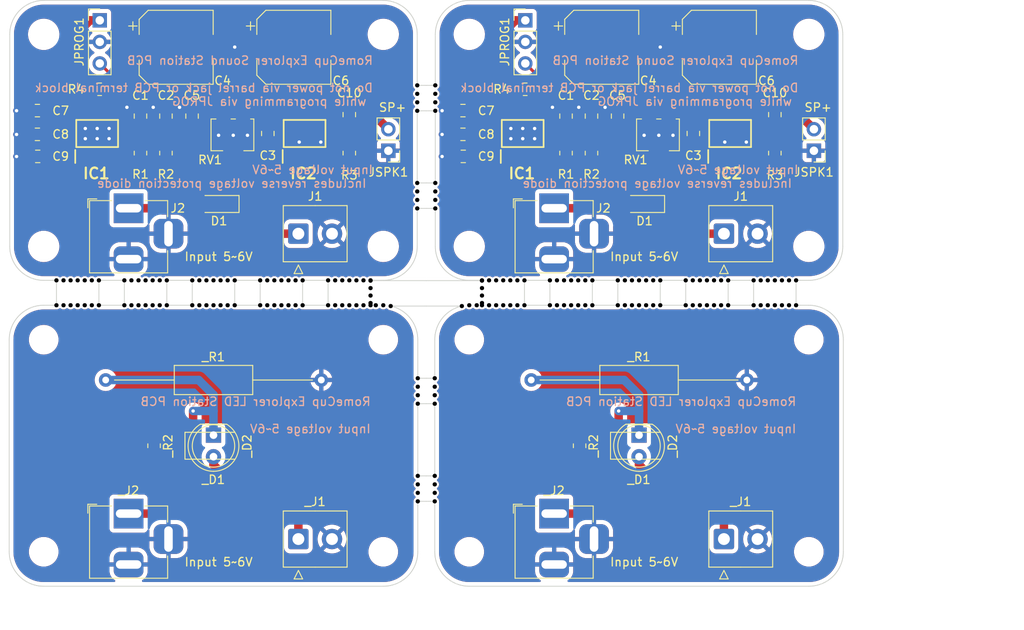
<source format=kicad_pcb>
(kicad_pcb (version 20221018) (generator pcbnew)
  (layers (0 "F.Cu" signal) (31 "B.Cu" signal) (34 "B.Paste" user) (35 "F.Paste" user) (36 "B.SilkS" user "B.Silkscreen") (37 "F.SilkS" user "F.Silkscreen") (38 "B.Mask" user) (39 "F.Mask" user) (44 "Edge.Cuts" user))
  (net 0 "")
  (net 1 "Board_0-Board_0-/AUDIO_OUT")
  (net 2 "Board_0-Board_0-/AUDIO_OUT_FILTER")
  (net 3 "Board_0-Board_0-/DAC_OUT")
  (net 4 "Board_0-Board_0-/FILTER_OUT")
  (net 5 "Board_0-Board_0-/PROG")
  (net 6 "Board_0-Board_0-/PWR")
  (net 7 "Board_0-Board_0-GND")
  (net 8 "Board_0-Board_0-Net-(C1-Pad1)")
  (net 9 "Board_0-Board_0-Net-(C10-Pad1)")
  (net 10 "Board_0-Board_0-Net-(C5-Pad2)")
  (net 11 "Board_0-Board_0-Net-(IC2-+INPUT)")
  (net 12 "Board_0-Board_0-Net-(IC2-GAIN_1)")
  (net 13 "Board_0-Board_0-Net-(IC2-GAIN_2)")
  (net 14 "Board_0-Board_0-Net-(JPROG1-Pin_3)")
  (net 15 "Board_0-Board_0-VCC")
  (net 16 "Board_0-Board_0-unconnected-(IC1-PA1-Pad4)")
  (net 17 "Board_0-Board_0-unconnected-(IC1-PA2-Pad5)")
  (net 18 "Board_0-Board_0-unconnected-(IC1-PA3{slash}EXTCLK-Pad7)")
  (net 19 "Board_0-Board_0-unconnected-(IC1-PA7-Pad3)")
  (net 20 "Board_0-Board_0-unconnected-(IC2-BYPASS-Pad7)")
  (net 21 "Board_0-Board_1-GND")
  (net 22 "Board_0-Board_1-Net-(D1-K)")
  (net 23 "Board_0-Board_1-VCC")
  (net 24 "Board_1-Board_0-/AUDIO_OUT")
  (net 25 "Board_1-Board_0-/AUDIO_OUT_FILTER")
  (net 26 "Board_1-Board_0-/DAC_OUT")
  (net 27 "Board_1-Board_0-/FILTER_OUT")
  (net 28 "Board_1-Board_0-/PROG")
  (net 29 "Board_1-Board_0-/PWR")
  (net 30 "Board_1-Board_0-GND")
  (net 31 "Board_1-Board_0-Net-(C1-Pad1)")
  (net 32 "Board_1-Board_0-Net-(C10-Pad1)")
  (net 33 "Board_1-Board_0-Net-(C5-Pad2)")
  (net 34 "Board_1-Board_0-Net-(IC2-+INPUT)")
  (net 35 "Board_1-Board_0-Net-(IC2-GAIN_1)")
  (net 36 "Board_1-Board_0-Net-(IC2-GAIN_2)")
  (net 37 "Board_1-Board_0-Net-(JPROG1-Pin_3)")
  (net 38 "Board_1-Board_0-VCC")
  (net 39 "Board_1-Board_0-unconnected-(IC1-PA1-Pad4)")
  (net 40 "Board_1-Board_0-unconnected-(IC1-PA2-Pad5)")
  (net 41 "Board_1-Board_0-unconnected-(IC1-PA3{slash}EXTCLK-Pad7)")
  (net 42 "Board_1-Board_0-unconnected-(IC1-PA7-Pad3)")
  (net 43 "Board_1-Board_0-unconnected-(IC2-BYPASS-Pad7)")
  (net 44 "Board_1-Board_1-GND")
  (net 45 "Board_1-Board_1-Net-(D1-K)")
  (net 46 "Board_1-Board_1-VCC")
  (footprint "NPTH" (layer "F.Cu") (at 174.397333 55.936)
    (fp_text reference "KiKit_MB_8_5" hide)
    (fp_text value "NPTH" hide)
  )
  (footprint "NPTH" (layer "F.Cu") (at 172.730667 55.936)
    (fp_text reference "KiKit_MB_8_3" hide)
    (fp_text value "NPTH" hide)
  )
  (footprint "NPTH" (layer "F.Cu") (at 173.564 55.936)
    (fp_text reference "KiKit_MB_8_4" hide)
    (fp_text value "NPTH" hide)
  )
  (footprint "Diode_SMD:D_SOD-123" (layer "F.Cu") (at 124.086 44 180)
    (fp_text reference "D1")
    (fp_text value "RB160M3")
  )
  (footprint "NPTH" (layer "F.Cu") (at 187.064 53)
    (fp_text reference "KiKit_MB_5_7" hide)
    (fp_text value "NPTH" hide)
  )
  (footprint "MountingHole:MountingHole_3.2mm_M3" (layer "F.Cu") (at 153.564 24)
    (fp_text reference "H1" hide)
    (fp_text value "MountingHole")
  )
  (footprint "NPTH" (layer "F.Cu") (at 183.230666 53)
    (fp_text reference "KiKit_MB_4_2" hide)
    (fp_text value "NPTH" hide)
  )
  (footprint "Resistor_SMD:R_0805_2012Metric_Pad1.20x1.40mm_HandSolder" (layer "F.Cu") (at 116.436 72.5 -90)
    (fp_text reference "_R2")
    (fp_text value "R")
  )
  (footprint "NPTH" (layer "F.Cu") (at 121.769334 55.936)
    (fp_text reference "KiKit_MB_8_2" hide)
    (fp_text value "NPTH" hide)
  )
  (footprint "NPTH" (layer "F.Cu") (at 109.102667 55.936)
    (fp_text reference "KiKit_MB_6_6" hide)
    (fp_text value "NPTH" hide)
  )
  (footprint "ATTINY412-SSF:SOIC127P600X175-8N" (layer "F.Cu") (at 134.165 35.688 90)
    (fp_text reference "IC2")
    (fp_text value "LM386M-1_NOPB" hide)
  )
  (footprint "NPTH" (layer "F.Cu") (at 168.064 55.936)
    (fp_text reference "KiKit_MB_7_7" hide)
    (fp_text value "NPTH" hide)
  )
  (footprint "NPTH" (layer "F.Cu") (at 115.436 53)
    (fp_text reference "KiKit_MB_2_4" hide)
    (fp_text value "NPTH" hide)
  )
  (footprint "NPTH" (layer "F.Cu") (at 132.269333 55.936)
    (fp_text reference "KiKit_MB_9_5" hide)
    (fp_text value "NPTH" hide)
  )
  (footprint "Connector_BarrelJack:BarrelJack_Horizontal" (layer "F.Cu") (at 113.436 44.5 90)
    (fp_text reference "J2")
    (fp_text value "Conn_01x03_Socket")
  )
  (footprint "Connector_BarrelJack:BarrelJack_Horizontal" (layer "F.Cu") (at 113.436 80.5 90)
    (fp_text reference "_J2")
    (fp_text value "Conn_01x03_Socket")
  )
  (footprint "Resistor_THT:R_Axial_DIN0309_L9.0mm_D3.2mm_P25.40mm_Horizontal" (layer "F.Cu") (at 160.864 64.75)
    (fp_text reference "_R1")
    (fp_text value "R")
  )
  (footprint "Connector_TE-Connectivity:TE_826576-2_1x02_P3.96mm_Vertical" (layer "F.Cu") (at 133.436 83.5)
    (fp_text reference "_J1")
    (fp_text value "Conn_01x02_Socket")
  )
  (footprint "Connector_TE-Connectivity:TE_826576-2_1x02_P3.96mm_Vertical" (layer "F.Cu") (at 133.436 47.5)
    (fp_text reference "J1")
    (fp_text value "Conn_01x02_Socket")
  )
  (footprint "NPTH" (layer "F.Cu") (at 192.064 55.936)
    (fp_text reference "KiKit_MB_10_7" hide)
    (fp_text value "NPTH" hide)
  )
  (footprint "NPTH" (layer "F.Cu") (at 112.936 53)
    (fp_text reference "KiKit_MB_2_7" hide)
    (fp_text value "NPTH" hide)
  )
  (footprint "NPTH" (layer "F.Cu") (at 179.064 55.936)
    (fp_text reference "KiKit_MB_9_1" hide)
    (fp_text value "NPTH" hide)
  )
  (footprint "NPTH" (layer "F.Cu") (at 142.554857 55.936)
    (fp_text reference "KiKit_MB_3_5" hide)
    (fp_text value "NPTH" hide)
  )
  (footprint "NPTH" (layer "F.Cu") (at 113.769334 53)
    (fp_text reference "KiKit_MB_2_6" hide)
    (fp_text value "NPTH" hide)
  )
  (footprint "MountingHole:MountingHole_3.2mm_M3" (layer "F.Cu") (at 143.436 24)
    (fp_text reference "H2" hide)
    (fp_text value "MountingHole")
  )
  (footprint "NPTH" (layer "F.Cu") (at 155.064 54.793429)
    (fp_text reference "KiKit_MB_8_5" hide)
    (fp_text value "NPTH" hide)
  )
  (footprint "Capacitor_SMD:C_0805_2012Metric_Pad1.18x1.45mm_HandSolder" (layer "F.Cu") (at 120.911 33.6375 90)
    (fp_text reference "C5")
    (fp_text value "100nF")
  )
  (footprint "NPTH" (layer "F.Cu") (at 152.690719 56.032)
    (fp_text reference "KiKit_MB_8_1" hide)
    (fp_text value "NPTH" hide)
  )
  (footprint "NPTH" (layer "F.Cu") (at 141.936 53.912715)
    (fp_text reference "KiKit_MB_3_2" hide)
    (fp_text value "NPTH" hide)
  )
  (footprint "NPTH" (layer "F.Cu") (at 189.564 55.936)
    (fp_text reference "KiKit_MB_10_4" hide)
    (fp_text value "NPTH" hide)
  )
  (footprint "NPTH" (layer "F.Cu") (at 115.436 55.936)
    (fp_text reference "KiKit_MB_7_4" hide)
    (fp_text value "NPTH" hide)
  )
  (footprint "Capacitor_SMD:CP_Elec_8x10.5" (layer "F.Cu") (at 132.9 25.524)
    (fp_text reference "C6")
    (fp_text value "100uF")
  )
  (footprint "NPTH" (layer "F.Cu") (at 125.102666 53)
    (fp_text reference "KiKit_MB_3_2" hide)
    (fp_text value "NPTH" hide)
  )
  (footprint "NPTH" (layer "F.Cu") (at 149.564 43.521334)
    (fp_text reference "KiKit_MB_7_2" hide)
    (fp_text value "NPTH" hide)
  )
  (footprint "NPTH" (layer "F.Cu") (at 181.564 55.936)
    (fp_text reference "KiKit_MB_9_4" hide)
    (fp_text value "NPTH" hide)
  )
  (footprint "NPTH" (layer "F.Cu") (at 163.897334 55.936)
    (fp_text reference "KiKit_MB_7_2" hide)
    (fp_text value "NPTH" hide)
  )
  (footprint "NPTH" (layer "F.Cu") (at 158.397334 53)
    (fp_text reference "KiKit_MB_1_3" hide)
    (fp_text value "NPTH" hide)
  )
  (footprint "NPTH" (layer "F.Cu") (at 147.5 64.542666)
    (fp_text reference "KiKit_MB_4_1" hide)
    (fp_text value "NPTH" hide)
  )
  (footprint "MountingHole:MountingHole_3.2mm_M3" (layer "F.Cu") (at 193.564 24)
    (fp_text reference "H2" hide)
    (fp_text value "MountingHole")
  )
  (footprint "NPTH" (layer "F.Cu") (at 163.897334 53)
    (fp_text reference "KiKit_MB_2_6" hide)
    (fp_text value "NPTH" hide)
  )
  (footprint "Capacitor_SMD:C_0805_2012Metric_Pad1.18x1.45mm_HandSolder" (layer "F.Cu") (at 102.6935 35.788 180)
    (fp_text reference "C8")
    (fp_text value "1uF")
  )
  (footprint "MountingHole:MountingHole_3.2mm_M3" (layer "F.Cu") (at 103.436 49)
    (fp_text reference "H4" hide)
    (fp_text value "MountingHole")
  )
  (footprint "NPTH" (layer "F.Cu") (at 133.102666 53)
    (fp_text reference "KiKit_MB_4_2" hide)
    (fp_text value "NPTH" hide)
  )
  (footprint "NPTH" (layer "F.Cu") (at 136.936 53)
    (fp_text reference "KiKit_MB_5_7" hide)
    (fp_text value "NPTH" hide)
  )
  (footprint "NPTH" (layer "F.Cu") (at 147.5 78.053333)
    (fp_text reference "KiKit_MB_5_3" hide)
    (fp_text value "NPTH" hide)
  )
  (footprint "Diode_SMD:D_SOD-123" (layer "F.Cu") (at 174.214 44 180)
    (fp_text reference "D1")
    (fp_text value "RB160M3")
  )
  (footprint "Capacitor_SMD:C_0805_2012Metric_Pad1.18x1.45mm_HandSolder" (layer "F.Cu") (at 117.836 33.6375 90)
    (fp_text reference "C2")
    (fp_text value "33pF")
  )
  (footprint "NPTH" (layer "F.Cu") (at 176.064 53)
    (fp_text reference "KiKit_MB_3_1" hide)
    (fp_text value "NPTH" hide)
  )
  (footprint "NPTH" (layer "F.Cu") (at 157.564 53)
    (fp_text reference "KiKit_MB_1_4" hide)
    (fp_text value "NPTH" hide)
  )
  (footprint "NPTH" (layer "F.Cu") (at 144.309279 56.032)
    (fp_text reference "KiKit_MB_3_7" hide)
    (fp_text value "NPTH" hide)
  )
  (footprint "NPTH" (layer "F.Cu") (at 149.564 32.010667)
    (fp_text reference "KiKit_MB_6_2" hide)
    (fp_text value "NPTH" hide)
  )
  (footprint "NPTH" (layer "F.Cu") (at 116.269334 53)
    (fp_text reference "KiKit_MB_2_3" hide)
    (fp_text value "NPTH" hide)
  )
  (footprint "Capacitor_SMD:C_0805_2012Metric_Pad1.18x1.45mm_HandSolder" (layer "F.Cu") (at 171.039 33.6375 90)
    (fp_text reference "C5")
    (fp_text value "100nF")
  )
  (footprint "NPTH" (layer "F.Cu") (at 175.230666 53)
    (fp_text reference "KiKit_MB_3_2" hide)
    (fp_text value "NPTH" hide)
  )
  (footprint "NPTH" (layer "F.Cu") (at 147.436 33.010667)
    (fp_text reference "KiKit_MB_1_4" hide)
    (fp_text value "NPTH" hide)
  )
  (footprint "Capacitor_SMD:C_0805_2012Metric_Pad1.18x1.45mm_HandSolder" (layer "F.Cu") (at 129.836 35.6875 90)
    (fp_text reference "C3")
    (fp_text value "10uF")
  )
  (footprint "NPTH" (layer "F.Cu") (at 180.730666 55.936)
    (fp_text reference "KiKit_MB_9_3" hide)
    (fp_text value "NPTH" hide)
  )
  (footprint "NPTH" (layer "F.Cu") (at 140.269333 55.936)
    (fp_text reference "KiKit_MB_10_5" hide)
    (fp_text value "NPTH" hide)
  )
  (footprint "NPTH" (layer "F.Cu") (at 130.602666 55.936)
    (fp_text reference "KiKit_MB_9_3" hide)
    (fp_text value "NPTH" hide)
  )
  (footprint "Capacitor_SMD:C_0805_2012Metric_Pad1.18x1.45mm_HandSolder" (layer "F.Cu") (at 152.8215 35.788 180)
    (fp_text reference "C8")
    (fp_text value "1uF")
  )
  (footprint "NPTH" (layer "F.Cu") (at 130.602666 53)
    (fp_text reference "KiKit_MB_4_5" hide)
    (fp_text value "NPTH" hide)
  )
  (footprint "NPTH" (layer "F.Cu") (at 187.897333 55.936)
    (fp_text reference "KiKit_MB_10_2" hide)
    (fp_text value "NPTH" hide)
  )
  (footprint "NPTH" (layer "F.Cu") (at 147.5 76.053333)
    (fp_text reference "KiKit_MB_5_1" hide)
    (fp_text value "NPTH" hide)
  )
  (footprint "NPTH" (layer "F.Cu") (at 182.397333 53)
    (fp_text reference "KiKit_MB_4_3" hide)
    (fp_text value "NPTH" hide)
  )
  (footprint "Resistor_SMD:R_0805_2012Metric_Pad1.20x1.40mm_HandSolder" (layer "F.Cu") (at 164.964 38 90)
    (fp_text reference "R1")
    (fp_text value "1.2k")
  )
  (footprint "NPTH" (layer "F.Cu") (at 117.936 55.936)
    (fp_text reference "KiKit_MB_7_7" hide)
    (fp_text value "NPTH" hide)
  )
  (footprint "NPTH" (layer "F.Cu") (at 180.730666 53)
    (fp_text reference "KiKit_MB_4_5" hide)
    (fp_text value "NPTH" hide)
  )
  (footprint "NPTH" (layer "F.Cu") (at 173.564 53)
    (fp_text reference "KiKit_MB_3_4" hide)
    (fp_text value "NPTH" hide)
  )
  (footprint "NPTH" (layer "F.Cu") (at 149.5 78.053333)
    (fp_text reference "KiKit_MB_10_2" hide)
    (fp_text value "NPTH" hide)
  )
  (footprint "LED_SMD:LED_2010_5025Metric_Pad1.52x2.65mm_HandSolder" (layer "F.Cu") (at 123.436 72.5)
    (fp_text reference "_D1")
    (fp_text value "LED")
  )
  (footprint "Capacitor_SMD:C_0805_2012Metric_Pad1.18x1.45mm_HandSolder" (layer "F.Cu") (at 102.6935 32.988 180)
    (fp_text reference "C7")
    (fp_text value "100nF")
  )
  (footprint "NPTH" (layer "F.Cu") (at 141.936 55.674143)
    (fp_text reference "KiKit_MB_3_4" hide)
    (fp_text value "NPTH" hide)
  )
  (footprint "NPTH" (layer "F.Cu") (at 171.064 53)
    (fp_text reference "KiKit_MB_3_7" hide)
    (fp_text value "NPTH" hide)
  )
  (footprint "NPTH" (layer "F.Cu") (at 125.936 55.936)
    (fp_text reference "KiKit_MB_8_7" hide)
    (fp_text value "NPTH" hide)
  )
  (footprint "NPTH" (layer "F.Cu") (at 184.064 55.936)
    (fp_text reference "KiKit_MB_9_7" hide)
    (fp_text value "NPTH" hide)
  )
  (footprint "NPTH" (layer "F.Cu") (at 123.436 55.936)
    (fp_text reference "KiKit_MB_8_4" hide)
    (fp_text value "NPTH" hide)
  )
  (footprint "NPTH" (layer "F.Cu") (at 174.397333 53)
    (fp_text reference "KiKit_MB_3_3" hide)
    (fp_text value "NPTH" hide)
  )
  (footprint "NPTH" (layer "F.Cu") (at 176.064 55.936)
    (fp_text reference "KiKit_MB_8_7" hide)
    (fp_text value "NPTH" hide)
  )
  (footprint "NPTH" (layer "F.Cu") (at 112.936 55.936)
    (fp_text reference "KiKit_MB_7_1" hide)
    (fp_text value "NPTH" hide)
  )
  (footprint "NPTH" (layer "F.Cu") (at 147.5 67.542666)
    (fp_text reference "KiKit_MB_4_4" hide)
    (fp_text value "NPTH" hide)
  )
  (footprint "NPTH" (layer "F.Cu") (at 155.064 53.032)
    (fp_text reference "KiKit_MB_8_7" hide)
    (fp_text value "NPTH" hide)
  )
  (footprint "NPTH" (layer "F.Cu") (at 133.936 55.936)
    (fp_text reference "KiKit_MB_9_7" hide)
    (fp_text value "NPTH" hide)
  )
  (footprint "NPTH" (layer "F.Cu") (at 190.397333 53)
    (fp_text reference "KiKit_MB_5_3" hide)
    (fp_text value "NPTH" hide)
  )
  (footprint "NPTH" (layer "F.Cu") (at 172.730667 53)
    (fp_text reference "KiKit_MB_3_5" hide)
    (fp_text value "NPTH" hide)
  )
  (footprint "NPTH" (layer "F.Cu") (at 123.436 53)
    (fp_text reference "KiKit_MB_3_4" hide)
    (fp_text value "NPTH" hide)
  )
  (footprint "Connector_BarrelJack:BarrelJack_Horizontal" (layer "F.Cu") (at 163.564 80.5 90)
    (fp_text reference "_J2")
    (fp_text value "Conn_01x03_Socket")
  )
  (footprint "Connector_PinHeader_2.54mm:PinHeader_1x03_P2.54mm_Vertical" (layer "F.Cu") (at 160.168 22.349)
    (fp_text reference "JPROG1")
    (fp_text value "Conn_01x03_Pin")
  )
  (footprint "NPTH" (layer "F.Cu") (at 149.5 67.542666)
    (fp_text reference "KiKit_MB_9_1" hide)
    (fp_text value "NPTH" hide)
  )
  (footprint "NPTH" (layer "F.Cu") (at 167.230667 53)
    (fp_text reference "KiKit_MB_2_2" hide)
    (fp_text value "NPTH" hide)
  )
  (footprint "ATTINY412-SSF:SOIC127P600X175-8N" (layer "F.Cu") (at 109.731 35.688 90)
    (fp_text reference "IC1")
    (fp_text value "ATTINY412-SSF" hide)
  )
  (footprint "Connector_TE-Connectivity:TE_826576-2_1x02_P3.96mm_Vertical" (layer "F.Cu") (at 183.564 83.5)
    (fp_text reference "_J1")
    (fp_text value "Conn_01x02_Socket")
  )
  (footprint "NPTH" (layer "F.Cu") (at 141.102666 53)
    (fp_text reference "KiKit_MB_5_2" hide)
    (fp_text value "NPTH" hide)
  )
  (footprint "NPTH" (layer "F.Cu") (at 149.564 30.010667)
    (fp_text reference "KiKit_MB_6_4" hide)
    (fp_text value "NPTH" hide)
  )
  (footprint "NPTH" (layer "F.Cu") (at 156.730667 53)
    (fp_text reference "KiKit_MB_1_5" hide)
    (fp_text value "NPTH" hide)
  )
  (footprint "NPTH" (layer "F.Cu") (at 160.064 55.936)
    (fp_text reference "KiKit_MB_6_7" hide)
    (fp_text value "NPTH" hide)
  )
  (footprint "LED_THT:LED_D5.0mm" (layer "F.Cu") (at 173.564 71.25 -90)
    (fp_text reference "_D2")
    (fp_text value "LED")
  )
  (footprint "NPTH" (layer "F.Cu") (at 149.5 64.542666)
    (fp_text reference "KiKit_MB_9_4" hide)
    (fp_text value "NPTH" hide)
  )
  (footprint "NPTH" (layer "F.Cu") (at 167.230667 55.936)
    (fp_text reference "KiKit_MB_7_6" hide)
    (fp_text value "NPTH" hide)
  )
  (footprint "NPTH" (layer "F.Cu") (at 107.436 53)
    (fp_text reference "KiKit_MB_1_4" hide)
    (fp_text value "NPTH" hide)
  )
  (footprint "NPTH" (layer "F.Cu") (at 153.564427 55.936)
    (fp_text reference "KiKit_MB_8_2" hide)
    (fp_text value "NPTH" hide)
  )
  (footprint "NPTH" (layer "F.Cu") (at 188.730666 55.936)
    (fp_text reference "KiKit_MB_10_3" hide)
    (fp_text value "NPTH" hide)
  )
  (footprint "MountingHole:MountingHole_3.2mm_M3" (layer "F.Cu") (at 143.436 49)
    (fp_text reference "H3" hide)
    (fp_text value "MountingHole")
  )
  (footprint "MountingHole:MountingHole_3mm" (layer "F.Cu") (at 153.564 85)
    (fp_text reference "_H3" hide)
    (fp_text value "MountingHole")
  )
  (footprint "NPTH" (layer "F.Cu") (at 158.397334 55.936)
    (fp_text reference "KiKit_MB_6_5" hide)
    (fp_text value "NPTH" hide)
  )
  (footprint "NPTH" (layer "F.Cu") (at 183.230666 55.936)
    (fp_text reference "KiKit_MB_9_6" hide)
    (fp_text value "NPTH" hide)
  )
  (footprint "NPTH" (layer "F.Cu") (at 147.5 79.053333)
    (fp_text reference "KiKit_MB_5_4" hide)
    (fp_text value "NPTH" hide)
  )
  (footprint "NPTH" (layer "F.Cu") (at 165.564 55.936)
    (fp_text reference "KiKit_MB_7_4" hide)
    (fp_text value "NPTH" hide)
  )
  (footprint "NPTH" (layer "F.Cu") (at 128.936 53)
    (fp_text reference "KiKit_MB_4_7" hide)
    (fp_text value "NPTH" hide)
  )
  (footprint "NPTH" (layer "F.Cu") (at 147.436 31.010667)
    (fp_text reference "KiKit_MB_1_2" hide)
    (fp_text value "NPTH" hide)
  )
  (footprint "Capacitor_SMD:C_0805_2012Metric_Pad1.18x1.45mm_HandSolder" (layer "F.Cu") (at 167.964 33.6375 90)
    (fp_text reference "C2")
    (fp_text value "33pF")
  )
  (footprint "NPTH" (layer "F.Cu") (at 109.102667 53)
    (fp_text reference "KiKit_MB_1_2" hide)
    (fp_text value "NPTH" hide)
  )
  (footprint "NPTH" (layer "F.Cu") (at 137.769333 53)
    (fp_text reference "KiKit_MB_5_6" hide)
    (fp_text value "NPTH" hide)
  )
  (footprint "NPTH" (layer "F.Cu") (at 125.936 53)
    (fp_text reference "KiKit_MB_3_1" hide)
    (fp_text value "NPTH" hide)
  )
  (footprint "Capacitor_SMD:C_0805_2012Metric_Pad1.18x1.45mm_HandSolder" (layer "F.Cu") (at 152.859 38.388 180)
    (fp_text reference "C9")
    (fp_text value "10uF")
  )
  (footprint "NPTH" (layer "F.Cu") (at 106.602667 53)
    (fp_text reference "KiKit_MB_1_5" hide)
    (fp_text value "NPTH" hide)
  )
  (footprint "NPTH" (layer "F.Cu") (at 156.730667 55.936)
    (fp_text reference "KiKit_MB_6_3" hide)
    (fp_text value "NPTH" hide)
  )
  (footprint "NPTH" (layer "F.Cu") (at 155.064 53.912715)
    (fp_text reference "KiKit_MB_8_6" hide)
    (fp_text value "NPTH" hide)
  )
  (footprint "NPTH" (layer "F.Cu") (at 191.230666 53)
    (fp_text reference "KiKit_MB_5_2" hide)
    (fp_text value "NPTH" hide)
  )
  (footprint "NPTH" (layer "F.Cu") (at 149.5 77.053333)
    (fp_text reference "KiKit_MB_10_3" hide)
    (fp_text value "NPTH" hide)
  )
  (footprint "Capacitor_SMD:CP_Elec_8x10.5" (layer "F.Cu") (at 119.04 25.524)
    (fp_text reference "C4")
    (fp_text value "1000uF")
  )
  (footprint "NPTH" (layer "F.Cu") (at 104.936 55.936)
    (fp_text reference "KiKit_MB_6_1" hide)
    (fp_text value "NPTH" hide)
  )
  (footprint "NPTH" (layer "F.Cu") (at 149.5 66.542666)
    (fp_text reference "KiKit_MB_9_2" hide)
    (fp_text value "NPTH" hide)
  )
  (footprint "NPTH" (layer "F.Cu") (at 149.564 44.521334)
    (fp_text reference "KiKit_MB_7_1" hide)
    (fp_text value "NPTH" hide)
  )
  (footprint "NPTH" (layer "F.Cu") (at 122.602667 53)
    (fp_text reference "KiKit_MB_3_5" hide)
    (fp_text value "NPTH" hide)
  )
  (footprint "NPTH" (layer "F.Cu") (at 191.230666 55.936)
    (fp_text reference "KiKit_MB_10_6" hide)
    (fp_text value "NPTH" hide)
  )
  (footprint "NPTH" (layer "F.Cu") (at 143.435572 55.936)
    (fp_text reference "KiKit_MB_3_6" hide)
    (fp_text value "NPTH" hide)
  )
  (footprint "NPTH" (layer "F.Cu") (at 121.769334 53)
    (fp_text reference "KiKit_MB_3_6" hide)
    (fp_text value "NPTH" hide)
  )
  (footprint "Resistor_SMD:R_0805_2012Metric_Pad1.20x1.40mm_HandSolder" (layer "F.Cu") (at 139.436 38 -90)
    (fp_text reference "R3")
    (fp_text value "4.7k")
  )
  (footprint "NPTH" (layer "F.Cu") (at 125.102666 55.936)
    (fp_text reference "KiKit_MB_8_6" hide)
    (fp_text value "NPTH" hide)
  )
  (footprint "MountingHole:MountingHole_3.2mm_M3" (layer "F.Cu") (at 103.436 24)
    (fp_text reference "H1" hide)
    (fp_text value "MountingHole")
  )
  (footprint "NPTH" (layer "F.Cu") (at 140.269333 53)
    (fp_text reference "KiKit_MB_5_3" hide)
    (fp_text value "NPTH" hide)
  )
  (footprint "Resistor_SMD:R_0805_2012Metric_Pad1.20x1.40mm_HandSolder" (layer "F.Cu") (at 166.564 72.5 -90)
    (fp_text reference "_R2")
    (fp_text value "R")
  )
  (footprint "NPTH" (layer "F.Cu") (at 179.897333 53)
    (fp_text reference "KiKit_MB_4_6" hide)
    (fp_text value "NPTH" hide)
  )
  (footprint "ATTINY412-SSF:SOIC127P600X175-8N" (layer "F.Cu") (at 159.859 35.688 90)
    (fp_text reference "IC1")
    (fp_text value "ATTINY412-SSF" hide)
  )
  (footprint "NPTH" (layer "F.Cu") (at 164.730667 53)
    (fp_text reference "KiKit_MB_2_5" hide)
    (fp_text value "NPTH" hide)
  )
  (footprint "Capacitor_SMD:CP_Elec_8x10.5" (layer "F.Cu") (at 169.168 25.524)
    (fp_text reference "C4")
    (fp_text value "1000uF")
  )
  (footprint "NPTH" (layer "F.Cu") (at 133.102666 55.936)
    (fp_text reference "KiKit_MB_9_6" hide)
    (fp_text value "NPTH" hide)
  )
  (footprint "NPTH" (layer "F.Cu") (at 179.897333 55.936)
    (fp_text reference "KiKit_MB_9_2" hide)
    (fp_text value "NPTH" hide)
  )
  (footprint "Connector_BarrelJack:BarrelJack_Horizontal" (layer "F.Cu") (at 163.564 44.5 90)
    (fp_text reference "J2")
    (fp_text value "Conn_01x03_Socket")
  )
  (footprint "NPTH" (layer "F.Cu") (at 139.436 55.936)
    (fp_text reference "KiKit_MB_10_4" hide)
    (fp_text value "NPTH" hide)
  )
  (footprint "NPTH" (layer "F.Cu") (at 155.897334 55.936)
    (fp_text reference "KiKit_MB_6_2" hide)
    (fp_text value "NPTH" hide)
  )
  (footprint "MountingHole:MountingHole_3.2mm_M3" (layer "F.Cu") (at 193.564 49)
    (fp_text reference "H3" hide)
    (fp_text value "MountingHole")
  )
  (footprint "NPTH" (layer "F.Cu") (at 147.5 66.542666)
    (fp_text reference "KiKit_MB_4_3" hide)
    (fp_text value "NPTH" hide)
  )
  (footprint "NPTH" (layer "F.Cu") (at 147.436 42.521334)
    (fp_text reference "KiKit_MB_2_2" hide)
    (fp_text value "NPTH" hide)
  )
  (footprint "LED_THT:LED_D5.0mm" (layer "F.Cu") (at 123.436 71.25 -90)
    (fp_text reference "_D2")
    (fp_text value "LED")
  )
  (footprint "MountingHole:MountingHole_3mm" (layer "F.Cu") (at 103.436 85)
    (fp_text reference "_H3" hide)
    (fp_text value "MountingHole")
  )
  (footprint "NPTH" (layer "F.Cu") (at 171.897334 53)
    (fp_text reference "KiKit_MB_3_6" hide)
    (fp_text value "NPTH" hide)
  )
  (footprint "NPTH" (layer "F.Cu") (at 190.397333 55.936)
    (fp_text reference "KiKit_MB_10_5" hide)
    (fp_text value "NPTH" hide)
  )
  (footprint "Capacitor_SMD:C_0805_2012Metric_Pad1.18x1.45mm_HandSolder" (layer "F.Cu") (at 179.964 35.6875 90)
    (fp_text reference "C3")
    (fp_text value "10uF")
  )
  (footprint "NPTH" (layer "F.Cu") (at 107.436 55.936)
    (fp_text reference "KiKit_MB_6_4" hide)
    (fp_text value "NPTH" hide)
  )
  (footprint "NPTH" (layer "F.Cu") (at 163.064 55.936)
    (fp_text reference "KiKit_MB_7_1" hide)
    (fp_text value "NPTH" hide)
  )
  (footprint "NPTH" (layer "F.Cu") (at 160.064 53)
    (fp_text reference "KiKit_MB_1_1" hide)
    (fp_text value "NPTH" hide)
  )
  (footprint "MountingHole:MountingHole_3mm" (layer "F.Cu") (at 193.564 85)
    (fp_text reference "_H4" hide)
    (fp_text value "MountingHole")
  )
  (footprint "NPTH" (layer "F.Cu") (at 132.269333 53)
    (fp_text reference "KiKit_MB_4_3" hide)
    (fp_text value "NPTH" hide)
  )
  (footprint "NPTH" (layer "F.Cu") (at 141.102666 55.936)
    (fp_text reference "KiKit_MB_10_6" hide)
    (fp_text value "NPTH" hide)
  )
  (footprint "NPTH" (layer "F.Cu") (at 184.064 53)
    (fp_text reference "KiKit_MB_4_1" hide)
    (fp_text value "NPTH" hide)
  )
  (footprint "MountingHole:MountingHole_3.2mm_M3" (layer "F.Cu") (at 153.564 49)
    (fp_text reference "H4" hide)
    (fp_text value "MountingHole")
  )
  (footprint "NPTH" (layer "F.Cu") (at 149.5 76.053333)
    (fp_text reference "KiKit_MB_10_4" hide)
    (fp_text value "NPTH" hide)
  )
  (footprint "NPTH" (layer "F.Cu") (at 136.936 55.936)
    (fp_text reference "KiKit_MB_10_1" hide)
    (fp_text value "NPTH" hide)
  )
  (footprint "NPTH" (layer "F.Cu") (at 141.936 53.032)
    (fp_text reference "KiKit_MB_3_1" hide)
    (fp_text value "NPTH" hide)
  )
  (footprint "NPTH" (layer "F.Cu") (at 163.064 53)
    (fp_text reference "KiKit_MB_2_7" hide)
    (fp_text value "NPTH" hide)
  )
  (footprint "NPTH" (layer "F.Cu") (at 129.769333 55.936)
    (fp_text reference "KiKit_MB_9_2" hide)
    (fp_text value "NPTH" hide)
  )
  (footprint "Capacitor_SMD:CP_Elec_8x10.5" (layer "F.Cu") (at 183.028 25.524)
    (fp_text reference "C6")
    (fp_text value "100uF")
  )
  (footprint "NPTH" (layer "F.Cu") (at 149.564 41.521334)
    (fp_text reference "KiKit_MB_7_4" hide)
    (fp_text value "NPTH" hide)
  )
  (footprint "NPTH" (layer "F.Cu") (at 147.5 65.542666)
    (fp_text reference "KiKit_MB_4_2" hide)
    (fp_text value "NPTH" hide)
  )
  (footprint "NPTH" (layer "F.Cu") (at 165.564 53)
    (fp_text reference "KiKit_MB_2_4" hide)
    (fp_text value "NPTH" hide)
  )
  (footprint "NPTH" (layer "F.Cu") (at 149.564 33.010667)
    (fp_text reference "KiKit_MB_6_1" hide)
    (fp_text value "NPTH" hide)
  )
  (footprint "NPTH" (layer "F.Cu") (at 149.564 31.010667)
    (fp_text reference "KiKit_MB_6_3" hide)
    (fp_text value "NPTH" hide)
  )
  (footprint "NPTH" (layer "F.Cu") (at 106.602667 55.936)
    (fp_text reference "KiKit_MB_6_3" hide)
    (fp_text value "NPTH" hide)
  )
  (footprint "NPTH" (layer "F.Cu") (at 147.436 41.521334)
    (fp_text reference "KiKit_MB_2_1" hide)
    (fp_text value "NPTH" hide)
  )
  (footprint "NPTH" (layer "F.Cu") (at 117.936 53)
    (fp_text reference "KiKit_MB_2_1" hide)
    (fp_text value "NPTH" hide)
  )
  (footprint "NPTH" (layer "F.Cu") (at 189.564 53)
    (fp_text reference "KiKit_MB_5_4" hide)
    (fp_text value "NPTH" hide)
  )
  (footprint "NPTH" (layer "F.Cu") (at 181.564 53)
    (fp_text reference "KiKit_MB_4_4" hide)
    (fp_text value "NPTH" hide)
  )
  (footprint "NPTH" (layer "F.Cu") (at 154.445141 55.936)
    (fp_text reference "KiKit_MB_8_3" hide)
    (fp_text value "NPTH" hide)
  )
  (footprint "NPTH" (layer "F.Cu") (at 109.936 55.936)
    (fp_text reference "KiKit_MB_6_7" hide)
    (fp_text value "NPTH" hide)
  )
  (footprint "MountingHole:MountingHole_3mm" (layer "F.Cu") (at 143.436 60)
    (fp_text reference "_H2" hide)
    (fp_text value "MountingHole")
  )
  (footprint "Capacitor_SMD:C_0805_2012Metric_Pad1.18x1.45mm_HandSolder" (layer "F.Cu") (at 114.836 33.6375 90)
    (fp_text reference "C1")
    (fp_text value "33pF")
  )
  (footprint "NPTH" (layer "F.Cu") (at 149.5 65.542666)
    (fp_text reference "KiKit_MB_9_3" hide)
    (fp_text value "NPTH" hide)
  )
  (footprint "NPTH" (layer "F.Cu") (at 129.769333 53)
    (fp_text reference "KiKit_MB_4_6" hide)
    (fp_text value "NPTH" hide)
  )
  (footprint "NPTH" (layer "F.Cu") (at 168.064 53)
    (fp_text reference "KiKit_MB_2_1" hide)
    (fp_text value "NPTH" hide)
  )
  (footprint "MountingHole:MountingHole_3mm" (layer "F.Cu") (at 153.564 60)
    (fp_text reference "_H1" hide)
    (fp_text value "MountingHole")
  )
  (footprint "NPTH" (layer "F.Cu") (at 109.936 53)
    (fp_text reference "KiKit_MB_1_1" hide)
    (fp_text value "NPTH" hide)
  )
  (footprint "NPTH" (layer "F.Cu") (at 105.769334 53)
    (fp_text reference "KiKit_MB_1_6" hide)
    (fp_text value "NPTH" hide)
  )
  (footprint "Connector_PinHeader_2.54mm:PinHeader_1x02_P2.54mm_Vertical" (layer "F.Cu") (at 144.036 37.724 180)
    (fp_text reference "JSPK1")
    (fp_text value "Connector_PinHeader_2.54mm:PinHeader_1x02_P2.54mm_Vertical")
  )
  (footprint "LED_SMD:LED_2010_5025Metric_Pad1.52x2.65mm_HandSolder" (layer "F.Cu") (at 173.564 72.5)
    (fp_text reference "_D1")
    (fp_text value "LED")
  )
  (footprint "NPTH" (layer "F.Cu") (at 147.436 32.010667)
    (fp_text reference "KiKit_MB_1_3" hide)
    (fp_text value "NPTH" hide)
  )
  (footprint "NPTH" (layer "F.Cu") (at 122.602667 55.936)
    (fp_text reference "KiKit_MB_8_3" hide)
    (fp_text value "NPTH" hide)
  )
  (footprint "Connector_PinHeader_2.54mm:PinHeader_1x02_P2.54mm_Vertical" (layer "F.Cu") (at 194.164 37.724 180)
    (fp_text reference "JSPK1")
    (fp_text value "Connector_PinHeader_2.54mm:PinHeader_1x02_P2.54mm_Vertical")
  )
  (footprint "NPTH" (layer "F.Cu") (at 166.397334 53)
    (fp_text reference "KiKit_MB_2_3" hide)
    (fp_text value "NPTH" hide)
  )
  (footprint "ATTINY412-SSF:SOIC127P600X175-8N" (layer "F.Cu") (at 184.293 35.688 90)
    (fp_text reference "IC2")
    (fp_text value "LM386M-1_NOPB" hide)
  )
  (footprint "NPTH" (layer "F.Cu") (at 159.230667 53)
    (fp_text reference "KiKit_MB_1_2" hide)
    (fp_text value "NPTH" hide)
  )
  (footprint "NPTH" (layer "F.Cu") (at 113.769334 55.936)
    (fp_text reference "KiKit_MB_7_2" hide)
    (fp_text value "NPTH" hide)
  )
  (footprint "MountingHole:MountingHole_3mm" (layer "F.Cu") (at 143.436 85)
    (fp_text reference "_H4" hide)
    (fp_text value "MountingHole")
  )
  (footprint "Connector_TE-Connectivity:TE_826576-2_1x02_P3.96mm_Vertical" (layer "F.Cu") (at 183.564 47.5)
    (fp_text reference "J1")
    (fp_text value "Conn_01x02_Socket")
  )
  (footprint "NPTH" (layer "F.Cu") (at 175.230666 55.936)
    (fp_text reference "KiKit_MB_8_6" hide)
    (fp_text value "NPTH" hide)
  )
  (footprint "NPTH" (layer "F.Cu") (at 188.730666 53)
    (fp_text reference "KiKit_MB_5_5" hide)
    (fp_text value "NPTH" hide)
  )
  (footprint "Resistor_SMD:R_0805_2012Metric_Pad1.20x1.40mm_HandSolder" (layer "F.Cu") (at 189.564 38 -90)
    (fp_text reference "R3")
    (fp_text value "4.7k")
  )
  (footprint "NPTH" (layer "F.Cu") (at 141.936 53)
    (fp_text reference "KiKit_MB_5_1" hide)
    (fp_text value "NPTH" hide)
  )
  (footprint "Potentiometer_SMD:Potentiometer_Bourns_3214X_Vertical" (layer "F.Cu") (at 175.893 35.85)
    (fp_text reference "RV1")
    (fp_text value "B100k")
  )
  (footprint "NPTH" (layer "F.Cu") (at 155.064 55.674143)
    (fp_text reference "KiKit_MB_8_4" hide)
    (fp_text value "NPTH" hide)
  )
  (footprint "NPTH" (layer "F.Cu") (at 131.436 53)
    (fp_text reference "KiKit_MB_4_4" hide)
    (fp_text value "NPTH" hide)
  )
  (footprint "NPTH" (layer "F.Cu") (at 149.564 42.521334)
    (fp_text reference "KiKit_MB_7_3" hide)
    (fp_text value "NPTH" hide)
  )
  (footprint "NPTH" (layer "F.Cu") (at 138.602666 53)
    (fp_text reference "KiKit_MB_5_5" hide)
    (fp_text value "NPTH" hide)
  )
  (footprint "NPTH" (layer "F.Cu") (at 120.936 53)
    (fp_text reference "KiKit_MB_3_7" hide)
    (fp_text value "NPTH" hide)
  )
  (footprint "NPTH" (layer "F.Cu") (at 138.602666 55.936)
    (fp_text reference "KiKit_MB_10_3" hide)
    (fp_text value "NPTH" hide)
  )
  (footprint "Resistor_SMD:R_0805_2012Metric_Pad1.20x1.40mm_HandSolder" (layer "F.Cu") (at 117.836 38 90)
    (fp_text reference "R2")
    (fp_text value "1.2k")
  )
  (footprint "Capacitor_SMD:C_0805_2012Metric_Pad1.18x1.45mm_HandSolder" (layer "F.Cu") (at 152.8215 32.988 180)
    (fp_text reference "C7")
    (fp_text value "100nF")
  )
  (footprint "NPTH" (layer "F.Cu") (at 155.064 55.936)
    (fp_text reference "KiKit_MB_6_1" hide)
    (fp_text value "NPTH" hide)
  )
  (footprint "NPTH" (layer "F.Cu") (at 155.897334 53)
    (fp_text reference "KiKit_MB_1_6" hide)
    (fp_text value "NPTH" hide)
  )
  (footprint "NPTH" (layer "F.Cu") (at 171.064 55.936)
    (fp_text reference "KiKit_MB_8_1" hide)
    (fp_text value "NPTH" hide)
  )
  (footprint "NPTH" (layer "F.Cu") (at 128.936 55.936)
    (fp_text reference "KiKit_MB_9_1" hide)
    (fp_text value "NPTH" hide)
  )
  (footprint "Capacitor_SMD:C_0805_2012Metric_Pad1.18x1.45mm_HandSolder" (layer "F.Cu") (at 102.731 38.388 180)
    (fp_text reference "C9")
    (fp_text value "10uF")
  )
  (footprint "Resistor_SMD:R_0805_2012Metric_Pad1.20x1.40mm_HandSolder" (layer "F.Cu") (at 167.964 38 90)
    (fp_text reference "R2")
    (fp_text value "1.2k")
  )
  (footprint "NPTH" (layer "F.Cu") (at 104.936 53)
    (fp_text reference "KiKit_MB_1_7" hide)
    (fp_text value "NPTH" hide)
  )
  (footprint "NPTH" (layer "F.Cu") (at 117.102667 55.936)
    (fp_text reference "KiKit_MB_7_6" hide)
    (fp_text value "NPTH" hide)
  )
  (footprint "Capacitor_SMD:C_0805_2012Metric_Pad1.18x1.45mm_HandSolder" (layer "F.Cu") (at 164.964 33.6375 90)
    (fp_text reference "C1")
    (fp_text value "33pF")
  )
  (footprint "NPTH" (layer "F.Cu") (at 116.269334 55.936)
    (fp_text reference "KiKit_MB_7_5" hide)
    (fp_text value "NPTH" hide)
  )
  (footprint "NPTH" (layer "F.Cu") (at 157.564 55.936)
    (fp_text reference "KiKit_MB_6_4" hide)
    (fp_text value "NPTH" hide)
  )
  (footprint "NPTH" (layer "F.Cu") (at 114.602667 53)
    (fp_text reference "KiKit_MB_2_5" hide)
    (fp_text value "NPTH" hide)
  )
  (footprint "NPTH" (layer "F.Cu") (at 187.064 55.936)
    (fp_text reference "KiKit_MB_10_1" hide)
    (fp_text value "NPTH" hide)
  )
  (footprint "Potentiometer_SMD:Potentiometer_Bourns_3214X_Vertical" (layer "F.Cu") (at 125.765 35.85)
    (fp_text reference "RV1")
    (fp_text value "B100k")
  )
  (footprint "NPTH" (layer "F.Cu") (at 108.269334 53)
    (fp_text reference "KiKit_MB_1_3" hide)
    (fp_text value "NPTH" hide)
  )
  (footprint "NPTH" (layer "F.Cu") (at 147.436 44.521334)
    (fp_text reference "KiKit_MB_2_4" hide)
    (fp_text value "NPTH" hide)
  )
  (footprint "NPTH" (layer "F.Cu") (at 159.230667 55.936)
    (fp_text reference "KiKit_MB_6_6" hide)
    (fp_text value "NPTH" hide)
  )
  (footprint "NPTH" (layer "F.Cu") (at 120.936 55.936)
    (fp_text reference "KiKit_MB_8_1" hide)
    (fp_text value "NPTH" hide)
  )
  (footprint "NPTH" (layer "F.Cu") (at 171.897334 55.936)
    (fp_text reference "KiKit_MB_8_2" hide)
    (fp_text value "NPTH" hide)
  )
  (footprint "Capacitor_SMD:C_0805_2012Metric_Pad1.18x1.45mm_HandSolder" (layer "F.Cu") (at 189.564 33.4625 90)
    (fp_text reference "C10")
    (fp_text value "100nF")
  )
  (footprint "NPTH" (layer "F.Cu") (at 114.602667 55.936)
    (fp_text reference "KiKit_MB_7_3" hide)
    (fp_text value "NPTH" hide)
  )
  (footprint "NPTH" (layer "F.Cu") (at 192.064 53)
    (fp_text reference "KiKit_MB_5_1" hide)
    (fp_text value "NPTH" hide)
  )
  (footprint "NPTH" (layer "F.Cu") (at 133.936 53)
    (fp_text reference "KiKit_MB_4_1" hide)
    (fp_text value "NPTH" hide)
  )
  (footprint "NPTH" (layer "F.Cu") (at 141.936 55.936)
    (fp_text reference "KiKit_MB_10_7" hide)
    (fp_text value "NPTH" hide)
  )
  (footprint "MountingHole:MountingHole_3mm" (layer "F.Cu") (at 193.564 60)
    (fp_text reference "_H2" hide)
    (fp_text value "MountingHole")
  )
  (footprint "NPTH" (layer "F.Cu") (at 187.897333 53)
    (fp_text reference "KiKit_MB_5_6" hide)
    (fp_text value "NPTH" hide)
  )
  (footprint "NPTH" (layer "F.Cu") (at 124.269333 53)
    (fp_text reference "KiKit_MB_3_3" hide)
    (fp_text value "NPTH" hide)
  )
  (footprint "NPTH" (layer "F.Cu") (at 182.397333 55.936)
    (fp_text reference "KiKit_MB_9_5" hide)
    (fp_text value "NPTH" hide)
  )
  (footprint "Resistor_SMD:R_0805_2012Metric_Pad1.20x1.40mm_HandSolder" (layer "F.Cu") (at 110.024 30.477)
    (fp_text reference "R4")
    (fp_text value "470")
  )
  (footprint "NPTH" (layer "F.Cu") (at 117.102667 53)
    (fp_text reference "KiKit_MB_2_2" hide)
    (fp_text value "NPTH" hide)
  )
  (footprint "NPTH" (layer "F.Cu") (at 147.5 77.053333)
    (fp_text reference "KiKit_MB_5_2" hide)
    (fp_text value "NPTH" hide)
  )
  (footprint "NPTH" (layer "F.Cu") (at 131.436 55.936)
    (fp_text reference "KiKit_MB_9_4" hide)
    (fp_text value "NPTH" hide)
  )
  (footprint "Connector_PinHeader_2.54mm:PinHeader_1x03_P2.54mm_Vertical" (layer "F.Cu") (at 110.04 22.349)
    (fp_text reference "JPROG1")
    (fp_text value "Conn_01x03_Pin")
  )
  (footprint "NPTH" (layer "F.Cu") (at 166.397334 55.936)
    (fp_text reference "KiKit_MB_7_5" hide)
    (fp_text value "NPTH" hide)
  )
  (footprint "NPTH" (layer "F.Cu") (at 179.064 53)
    (fp_text reference "KiKit_MB_4_7" hide)
    (fp_text value "NPTH" hide)
  )
  (footprint "NPTH" (layer "F.Cu") (at 147.436 30.010667)
    (fp_text reference "KiKit_MB_1_1" hide)
    (fp_text value "NPTH" hide)
  )
  (footprint "NPTH" (layer "F.Cu") (at 137.769333 55.936)
    (fp_text reference "KiKit_MB_10_2" hide)
    (fp_text value "NPTH" hide)
  )
  (footprint "NPTH" (layer "F.Cu") (at 164.730667 55.936)
    (fp_text reference "KiKit_MB_7_3" hide)
    (fp_text value "NPTH" hide)
  )
  (footprint "NPTH" (layer "F.Cu") (at 149.5 79.053333)
    (fp_text reference "KiKit_MB_10_1" hide)
    (fp_text value "NPTH" hide)
  )
  (footprint "NPTH" (layer "F.Cu") (at 105.769334 55.936)
    (fp_text reference "KiKit_MB_6_2" hide)
    (fp_text value "NPTH" hide)
  )
  (footprint "Capacitor_SMD:C_0805_2012Metric_Pad1.18x1.45mm_HandSolder" (layer "F.Cu") (at 139.436 33.4625 90)
    (fp_text reference "C10")
    (fp_text value "100nF")
  )
  (footprint "NPTH" (layer "F.Cu") (at 141.936 54.793428)
    (fp_text reference "KiKit_MB_3_3" hide)
    (fp_text value "NPTH" hide)
  )
  (footprint "NPTH" (layer "F.Cu") (at 108.269334 55.936)
    (fp_text reference "KiKit_MB_6_5" hide)
    (fp_text value "NPTH" hide)
  )
  (footprint "NPTH" (layer "F.Cu") (at 155.064 53)
    (fp_text reference "KiKit_MB_1_7" hide)
    (fp_text value "NPTH" hide)
  )
  (footprint "NPTH" (layer "F.Cu") (at 139.436 53)
    (fp_text reference "KiKit_MB_5_4" hide)
    (fp_text value "NPTH" hide)
  )
  (footprint "Resistor_THT:R_Axial_DIN0309_L9.0mm_D3.2mm_P25.40mm_Horizontal" (layer "F.Cu") (at 110.736 64.75)
    (fp_text reference "_R1")
    (fp_text value "R")
  )
  (footprint "NPTH" (layer "F.Cu") (at 147.436 43.521334)
    (fp_text reference "KiKit_MB_2_3" hide)
    (fp_text value "NPTH" hide)
  )
  (footprint "Resistor_SMD:R_0805_2012Metric_Pad1.20x1.40mm_HandSolder" (layer "F.Cu") (at 160.152 30.477)
    (fp_text reference "R4")
    (fp_text value "470")
  )
  (footprint "MountingHole:MountingHole_3mm" (layer "F.Cu") (at 103.436 60)
    (fp_text reference "_H1" hide)
    (fp_text value "MountingHole")
  )
  (footprint "Resistor_SMD:R_0805_2012Metric_Pad1.20x1.40mm_HandSolder" (layer "F.Cu") (at 114.836 38 90)
    (fp_text reference "R1")
    (fp_text value "1.2k")
  )
  (footprint "NPTH" (layer "F.Cu") (at 124.269333 55.936)
    (fp_text reference "KiKit_MB_8_5" hide)
    (fp_text value "NPTH" hide)
  )
  (gr_line (start 147.436 30.010666) (end 147.436 30.010666) (stroke (width 0.1)) (layer "Edge.Cuts"))
  (gr_line (start 147.494783 59.794161) (end 147.479148 59.588851) (stroke (width 0.1)) (layer "Edge.Cuts"))
  (gr_line (start 197.436308 22.997389) (end 197.380557 22.802547) (stroke (width 0.1)) (layer "Edge.Cuts"))
  (gr_line (start 144.454651 88.934265) (end 144.652611 88.877621) (stroke (width 0.1)) (layer "Edge.Cuts"))
  (gr_line (start 176.064 55.936) (end 176.064 53) (stroke (width 0.1)) (layer "Edge.Cuts"))
  (gr_line (start 151.961337 56.265355) (end 151.774238 56.351322) (stroke (width 0.1)) (layer "Edge.Cuts"))
  (gr_line (start 150.480406 57.352822) (end 150.350287 57.512401) (stroke (width 0.1)) (layer "Edge.Cuts"))
  (gr_line (start 147.5 76.053333) (end 147.5 67.542666) (stroke (width 0.1)) (layer "Edge.Cuts"))
  (gr_line (start 187.064 55.936) (end 184.064 55.936) (stroke (width 0.1)) (layer "Edge.Cuts"))
  (gr_line (start 195.885634 56.664417) (end 195.713709 56.551109) (stroke (width 0.1)) (layer "Edge.Cuts"))
  (gr_line (start 145.551856 52.394577) (end 145.721072 52.283053) (stroke (width 0.1)) (layer "Edge.Cuts"))
  (gr_line (start 102.830288 52.953873) (end 103.031326 52.979477) (stroke (width 0.1)) (layer "Edge.Cuts"))
  (gr_line (start 149.5 67.542666) (end 149.5 76.053333) (stroke (width 0.1)) (layer "Edge.Cuts"))
  (gr_line (start 151.278927 52.283053) (end 151.448143 52.394577) (stroke (width 0.1)) (layer "Edge.Cuts"))
  (gr_line (start 197.01289 57.85029) (end 196.899582 57.678365) (stroke (width 0.1)) (layer "Edge.Cuts"))
  (gr_line (start 147.027218 50.761576) (end 147.111831 50.577423) (stroke (width 0.1)) (layer "Edge.Cuts"))
  (gr_line (start 196.509557 87.799961) (end 196.647593 87.647177) (stroke (width 0.1)) (layer "Edge.Cuts"))
  (gr_line (start 104.936 55.936) (end 103.436 55.936) (stroke (width 0.1)) (layer "Edge.Cuts"))
  (gr_line (start 102.046778 20.248991) (end 101.858576 20.324168) (stroke (width 0.1)) (layer "Edge.Cuts"))
  (gr_line (start 145.013423 20.324168) (end 144.825221 20.248991) (stroke (width 0.1)) (layer "Edge.Cuts"))
  (gr_line (start 145.408267 88.553344) (end 145.585709 88.44889) (stroke (width 0.1)) (layer "Edge.Cuts"))
  (gr_line (start 146.381557 57.200038) (end 146.235961 57.054442) (stroke (width 0.1)) (layer "Edge.Cuts"))
  (gr_line (start 194.369194 20.08188) (end 194.169711 20.046126) (stroke (width 0.1)) (layer "Edge.Cuts"))
  (gr_line (start 197.441621 58.783388) (end 197.375024 58.588551) (stroke (width 0.1)) (layer "Edge.Cuts"))
  (gr_line (start 149.564 24) (end 149.564 30.010666) (stroke (width 0.1)) (layer "Edge.Cuts"))
  (gr_line (start 194.179402 55.982864) (end 193.975148 55.956851) (stroke (width 0.1)) (layer "Edge.Cuts"))
  (gr_line (start 193.766596 52.994866) (end 193.968673 52.979477) (stroke (width 0.1)) (layer "Edge.Cuts"))
  (gr_line (start 153.358161 89.058783) (end 153.564 89.064) (stroke (width 0.1)) (layer "Edge.Cuts"))
  (gr_line (start 197.239831 22.422576) (end 197.155218 22.238423) (stroke (width 0.1)) (layer "Edge.Cuts"))
  (gr_line (start 147.436 49) (end 147.436 44.521333) (stroke (width 0.1)) (layer "Edge.Cuts"))
  (gr_line (start 100.83051 52.035032) (end 100.987576 52.163102) (stroke (width 0.1)) (layer "Edge.Cuts"))
  (gr_line (start 102.820597 55.982864) (end 102.617922 56.01919) (stroke (width 0.1)) (layer "Edge.Cuts"))
  (gr_line (start 176.064 53) (end 179.064 53) (stroke (width 0.1)) (layer "Edge.Cuts"))
  (gr_line (start 149.564 33.010666) (end 149.564 41.521333) (stroke (width 0.1)) (layer "Edge.Cuts"))
  (gr_line (start 148.5 64.542666) (end 147.5 64.542666) (stroke (width 0.1)) (layer "Edge.Cuts"))
  (gr_line (start 104.936 53) (end 104.936 55.936) (stroke (width 0.1)) (layer "Edge.Cuts"))
  (gr_line (start 150.764038 87.945557) (end 150.916822 88.083593) (stroke (width 0.1)) (layer "Edge.Cuts"))
  (gr_line (start 151.802423 52.591218) (end 151.986576 52.675831) (stroke (width 0.1)) (layer "Edge.Cuts"))
  (gr_line (start 112.936 53) (end 112.936 53) (stroke (width 0.1)) (layer "Edge.Cuts"))
  (gr_line (start 151.774238 88.648677) (end 151.961337 88.734644) (stroke (width 0.1)) (layer "Edge.Cuts"))
  (gr_line (start 146.989344 86.972267) (end 147.084677 86.789761) (stroke (width 0.1)) (layer "Edge.Cuts"))
  (gr_line (start 196.211177 56.916406) (end 196.051598 56.786287) (stroke (width 0.1)) (layer "Edge.Cuts"))
  (gr_line (start 147.354119 49.805194) (end 147.389873 49.605711) (stroke (width 0.1)) (layer "Edge.Cuts"))
  (gr_line (start 149.812991 22.610778) (end 149.747442 22.802547) (stroke (width 0.1)) (layer "Edge.Cuts"))
  (gr_line (start 184.064 53) (end 184.064 53) (stroke (width 0.1)) (layer "Edge.Cuts"))
  (gr_line (start 150.010655 58.027732) (end 149.915322 58.210238) (stroke (width 0.1)) (layer "Edge.Cuts"))
  (gr_line (start 147.5 64.542666) (end 147.5 60) (stroke (width 0.1)) (layer "Edge.Cuts"))
  (gr_line (start 147.308308 22.997389) (end 147.252557 22.802547) (stroke (width 0.1)) (layer "Edge.Cuts"))
  (gr_line (start 147.389873 49.605711) (end 147.415477 49.404673) (stroke (width 0.1)) (layer "Edge.Cuts"))
  (gr_line (start 149.829355 58.397337) (end 149.752975 58.588551) (stroke (width 0.1)) (layer "Edge.Cuts"))
  (gr_line (start 145.923598 88.213712) (end 146.083177 88.083593) (stroke (width 0.1)) (layer "Edge.Cuts"))
  (gr_line (start 102.820597 89.017135) (end 103.024851 89.043148) (stroke (width 0.1)) (layer "Edge.Cuts"))
  (gr_line (start 152.545348 88.934265) (end 152.745922 88.980809) (stroke (width 0.1)) (layer "Edge.Cuts"))
  (gr_line (start 103.233403 52.994866) (end 103.436 53) (stroke (width 0.1)) (layer "Edge.Cuts"))
  (gr_line (start 152.561389 20.127691) (end 152.366547 20.183442) (stroke (width 0.1)) (layer "Edge.Cuts"))
  (gr_line (start 148.5 76.053333) (end 147.5 76.053333) (stroke (width 0.1)) (layer "Edge.Cuts"))
  (gr_line (start 100.680132 51.899171) (end 100.83051 52.035032) (stroke (width 0.1)) (layer "Edge.Cuts"))
  (gr_line (start 146.519593 87.647177) (end 146.649712 87.487598) (stroke (width 0.1)) (layer "Edge.Cuts"))
  (gr_line (start 99.45519 59.181922) (end 99.418864 59.384597) (stroke (width 0.1)) (layer "Edge.Cuts"))
  (gr_line (start 148.5 44.521333) (end 149.564 44.521333) (stroke (width 0.1)) (layer "Edge.Cuts"))
  (gr_line (start 101.646238 56.351322) (end 101.463732 56.446655) (stroke (width 0.1)) (layer "Edge.Cuts"))
  (gr_line (start 143.641838 89.058783) (end 143.847148 89.043148) (stroke (width 0.1)) (layer "Edge.Cuts"))
  (gr_line (start 193.564 53) (end 193.766596 52.994866) (stroke (width 0.1)) (layer "Edge.Cuts"))
  (gr_line (start 193.564 55.936) (end 192.064 55.936) (stroke (width 0.1)) (layer "Edge.Cuts"))
  (gr_line (start 152.545348 56.065734) (end 152.347388 56.122378) (stroke (width 0.1)) (layer "Edge.Cuts"))
  (gr_line (start 153.159326 52.979477) (end 153.361403 52.994866) (stroke (width 0.1)) (layer "Edge.Cuts"))
  (gr_line (start 99.45519 85.818077) (end 99.501734 86.018651) (stroke (width 0.1)) (layer "Edge.Cuts"))
  (gr_line (start 197.622783 85.205838) (end 197.628 85) (stroke (width 0.1)) (layer "Edge.Cuts"))
  (gr_line (start 194.382077 88.980809) (end 194.582651 88.934265) (stroke (width 0.1)) (layer "Edge.Cuts"))
  (gr_line (start 193.564 89.064) (end 193.769838 89.058783) (stroke (width 0.1)) (layer "Edge.Cuts"))
  (gr_line (start 149.505216 59.794161) (end 149.5 60) (stroke (width 0.1)) (layer "Edge.Cuts"))
  (gr_line (start 147.5 67.542666) (end 148.5 67.542666) (stroke (width 0.1)) (layer "Edge.Cuts"))
  (gr_line (start 144.241194 20.08188) (end 144.041711 20.046126) (stroke (width 0.1)) (layer "Edge.Cuts"))
  (gr_line (start 99.987109 57.85029) (end 99.882655 58.027732) (stroke (width 0.1)) (layer "Edge.Cuts"))
  (gr_line (start 148.5 56.032) (end 152.690719 56.032) (stroke (width 0.1)) (layer "Edge.Cuts"))
  (gr_line (start 195.536267 56.446655) (end 195.353761 56.351322) (stroke (width 0.1)) (layer "Edge.Cuts"))
  (gr_line (start 194.953221 52.751008) (end 195.141423 52.675831) (stroke (width 0.1)) (layer "Edge.Cuts"))
  (gr_line (start 197.543477 23.595326) (end 197.517873 23.394288) (stroke (width 0.1)) (layer "Edge.Cuts"))
  (gr_line (start 146.235961 87.945557) (end 146.381557 87.799961) (stroke (width 0.1)) (layer "Edge.Cuts"))
  (gr_line (start 194.761452 20.183442) (end 194.56661 20.127691) (stroke (width 0.1)) (layer "Edge.Cuts"))
  (gr_line (start 155.064 53) (end 155.064 53.032) (stroke (width 0.1)) (layer "Edge.Cuts"))
  (gr_line (start 194.953221 20.248991) (end 194.761452 20.183442) (stroke (width 0.1)) (layer "Edge.Cuts"))
  (gr_line (start 145.585709 56.551109) (end 145.408267 56.446655) (stroke (width 0.1)) (layer "Edge.Cuts"))
  (gr_line (start 143.436 89.064) (end 143.641838 89.058783) (stroke (width 0.1)) (layer "Edge.Cuts"))
  (gr_line (start 128.936 55.936) (end 128.936 55.936) (stroke (width 0.1)) (layer "Edge.Cuts"))
  (gr_line (start 197.517873 23.394288) (end 197.482119 23.194805) (stroke (width 0.1)) (layer "Edge.Cuts"))
  (gr_line (start 197.498265 58.981348) (end 197.441621 58.783388) (stroke (width 0.1)) (layer "Edge.Cuts"))
  (gr_line (start 171.064 55.936) (end 171.064 55.936) (stroke (width 0.1)) (layer "Edge.Cuts"))
  (gr_line (start 100.987576 20.836897) (end 100.83051 20.964967) (stroke (width 0.1)) (layer "Edge.Cuts"))
  (gr_line (start 197.061386 22.058792) (end 196.958577 21.884143) (stroke (width 0.1)) (layer "Edge.Cuts"))
  (gr_line (start 112.936 53) (end 112.936 55.936) (stroke (width 0.1)) (layer "Edge.Cuts"))
  (gr_line (start 147.111831 22.422576) (end 147.027218 22.238423) (stroke (width 0.1)) (layer "Edge.Cuts"))
  (gr_line (start 195.353761 56.351322) (end 195.166662 56.265355) (stroke (width 0.1)) (layer "Edge.Cuts"))
  (gr_line (start 196.169489 20.964967) (end 196.012423 20.836897) (stroke (width 0.1)) (layer "Edge.Cuts"))
  (gr_line (start 117.936 55.936) (end 117.936 53) (stroke (width 0.1)) (layer "Edge.Cuts"))
  (gr_line (start 103.436 55.936) (end 103.230161 55.941216) (stroke (width 0.1)) (layer "Edge.Cuts"))
  (gr_line (start 150.280946 51.285072) (end 150.400897 51.448423) (stroke (width 0.1)) (layer "Edge.Cuts"))
  (gr_line (start 144.652611 56.122378) (end 144.454651 56.065734) (stroke (width 0.1)) (layer "Edge.Cuts"))
  (gr_line (start 147.170644 58.397337) (end 147.084677 58.210238) (stroke (width 0.1)) (layer "Edge.Cuts"))
  (gr_line (start 197.375024 58.588551) (end 197.298644 58.397337) (stroke (width 0.1)) (layer "Edge.Cuts"))
  (gr_line (start 99.501734 58.981348) (end 99.45519 59.181922) (stroke (width 0.1)) (layer "Edge.Cuts"))
  (gr_line (start 150.400897 51.448423) (end 150.528967 51.605489) (stroke (width 0.1)) (layer "Edge.Cuts"))
  (gr_line (start 197.298644 58.397337) (end 197.212677 58.210238) (stroke (width 0.1)) (layer "Edge.Cuts"))
  (gr_line (start 197.315008 22.610778) (end 197.239831 22.422576) (stroke (width 0.1)) (layer "Edge.Cuts"))
  (gr_line (start 149.546864 85.615402) (end 149.58319 85.818077) (stroke (width 0.1)) (layer "Edge.Cuts"))
  (gr_line (start 144.454651 56.065734) (end 144.309279 56.032) (stroke (width 0.1)) (layer "Edge.Cuts"))
  (gr_line (start 145.013423 52.675831) (end 145.197576 52.591218) (stroke (width 0.1)) (layer "Edge.Cuts"))
  (gr_line (start 149.629734 58.981348) (end 149.58319 59.181922) (stroke (width 0.1)) (layer "Edge.Cuts"))
  (gr_line (start 99.787322 86.789761) (end 99.882655 86.972267) (stroke (width 0.1)) (layer "Edge.Cuts"))
  (gr_line (start 150.480406 87.647177) (end 150.618442 87.799961) (stroke (width 0.1)) (layer "Edge.Cuts"))
  (gr_line (start 197.155218 50.761576) (end 197.239831 50.577423) (stroke (width 0.1)) (layer "Edge.Cuts"))
  (gr_line (start 195.849072 20.716946) (end 195.679856 20.605422) (stroke (width 0.1)) (layer "Edge.Cuts"))
  (gr_line (start 147.313621 58.783388) (end 147.247024 58.588551) (stroke (width 0.1)) (layer "Edge.Cuts"))
  (gr_line (start 152.561389 52.872308) (end 152.758805 52.918119) (stroke (width 0.1)) (layer "Edge.Cuts"))
  (gr_line (start 194.169711 20.046126) (end 193.968673 20.020522) (stroke (width 0.1)) (layer "Edge.Cuts"))
  (gr_line (start 147.453135 59.384597) (end 147.416809 59.181922) (stroke (width 0.1)) (layer "Edge.Cuts"))
  (gr_line (start 99.377216 85.205838) (end 99.392851 85.411148) (stroke (width 0.1)) (layer "Edge.Cuts"))
  (gr_line (start 196.599032 51.605489) (end 196.727102 51.448423) (stroke (width 0.1)) (layer "Edge.Cuts"))
  (gr_line (start 146.519593 57.352822) (end 146.381557 57.200038) (stroke (width 0.1)) (layer "Edge.Cuts"))
  (gr_line (start 146.933386 22.058792) (end 146.830577 21.884143) (stroke (width 0.1)) (layer "Edge.Cuts"))
  (gr_line (start 99.392851 59.588851) (end 99.377216 59.794161) (stroke (width 0.1)) (layer "Edge.Cuts"))
  (gr_line (start 195.505207 20.502613) (end 195.325576 20.408781) (stroke (width 0.1)) (layer "Edge.Cuts"))
  (gr_line (start 146.471032 51.605489) (end 146.599102 51.448423) (stroke (width 0.1)) (layer "Edge.Cuts"))
  (gr_line (start 145.038662 88.734644) (end 145.225761 88.648677) (stroke (width 0.1)) (layer "Edge.Cuts"))
  (gr_line (start 146.381557 87.799961) (end 146.519593 87.647177) (stroke (width 0.1)) (layer "Edge.Cuts"))
  (gr_line (start 151.115576 52.163102) (end 151.278927 52.283053) (stroke (width 0.1)) (layer "Edge.Cuts"))
  (gr_line (start 145.884423 52.163102) (end 146.041489 52.035032) (stroke (width 0.1)) (layer "Edge.Cuts"))
  (gr_line (start 150.010655 86.972267) (end 150.115109 87.149709) (stroke (width 0.1)) (layer "Edge.Cuts"))
  (gr_line (start 147.354119 23.194805) (end 147.308308 22.997389) (stroke (width 0.1)) (layer "Edge.Cuts"))
  (gr_line (start 147.252557 50.197452) (end 147.308308 50.00261) (stroke (width 0.1)) (layer "Edge.Cuts"))
  (gr_line (start 196.958577 51.115856) (end 197.061386 50.941207) (stroke (width 0.1)) (layer "Edge.Cuts"))
  (gr_line (start 150.528967 21.39451) (end 150.400897 21.551576) (stroke (width 0.1)) (layer "Edge.Cuts"))
  (gr_line (start 102.630805 20.08188) (end 102.433389 20.127691) (stroke (width 0.1)) (layer "Edge.Cuts"))
  (gr_line (start 101.646238 88.648677) (end 101.833337 88.734644) (stroke (width 0.1)) (layer "Edge.Cuts"))
  (gr_line (start 171.064 53) (end 171.064 55.936) (stroke (width 0.1)) (layer "Edge.Cuts"))
  (gr_line (start 149.5 64.542666) (end 148.5 64.542666) (stroke (width 0.1)) (layer "Edge.Cuts"))
  (gr_line (start 144.847448 88.811024) (end 145.038662 88.734644) (stroke (width 0.1)) (layer "Edge.Cuts"))
  (gr_line (start 99.624975 58.588551) (end 99.558378 58.783388) (stroke (width 0.1)) (layer "Edge.Cuts"))
  (gr_line (start 100.636038 57.054442) (end 100.490442 57.200038) (stroke (width 0.1)) (layer "Edge.Cuts"))
  (gr_line (start 102.238547 52.816557) (end 102.433389 52.872308) (stroke (width 0.1)) (layer "Edge.Cuts"))
  (gr_line (start 99.619442 50.197452) (end 99.684991 50.389221) (stroke (width 0.1)) (layer "Edge.Cuts"))
  (gr_line (start 151.986576 52.675831) (end 152.174778 52.751008) (stroke (width 0.1)) (layer "Edge.Cuts"))
  (gr_line (start 146.88489 57.85029) (end 146.771582 57.678365) (stroke (width 0.1)) (layer "Edge.Cuts"))
  (gr_line (start 194.780611 88.877621) (end 194.975448 88.811024) (stroke (width 0.1)) (layer "Edge.Cuts"))
  (gr_line (start 99.51788 49.805194) (end 99.563691 50.00261) (stroke (width 0.1)) (layer "Edge.Cuts"))
  (gr_line (start 150.664828 51.755867) (end 150.808132 51.899171) (stroke (width 0.1)) (layer "Edge.Cuts"))
  (gr_line (start 102.219388 56.122378) (end 102.024551 56.188975) (stroke (width 0.1)) (layer "Edge.Cuts"))
  (gr_line (start 102.617922 88.980809) (end 102.820597 89.017135) (stroke (width 0.1)) (layer "Edge.Cuts"))
  (gr_line (start 147.5 79.053333) (end 148.5 79.053333) (stroke (width 0.1)) (layer "Edge.Cuts"))
  (gr_line (start 147.436 24) (end 147.430866 23.797403) (stroke (width 0.1)) (layer "Edge.Cuts"))
  (gr_line (start 149.747442 22.802547) (end 149.691691 22.997389) (stroke (width 0.1)) (layer "Edge.Cuts"))
  (gr_line (start 197.482119 49.805194) (end 197.517873 49.605711) (stroke (width 0.1)) (layer "Edge.Cuts"))
  (gr_line (start 145.225761 56.351322) (end 145.038662 56.265355) (stroke (width 0.1)) (layer "Edge.Cuts"))
  (gr_line (start 197.628 60) (end 197.622783 59.794161) (stroke (width 0.1)) (layer "Edge.Cuts"))
  (gr_line (start 168.064 53) (end 171.064 53) (stroke (width 0.1)) (layer "Edge.Cuts"))
  (gr_line (start 197.315008 50.389221) (end 197.380557 50.197452) (stroke (width 0.1)) (layer "Edge.Cuts"))
  (gr_line (start 99.787322 58.210238) (end 99.701355 58.397337) (stroke (width 0.1)) (layer "Edge.Cuts"))
  (gr_line (start 197.543477 49.404673) (end 197.558866 49.202596) (stroke (width 0.1)) (layer "Edge.Cuts"))
  (gr_line (start 99.456522 23.595326) (end 99.441133 23.797403) (stroke (width 0.1)) (layer "Edge.Cuts"))
  (gr_line (start 147.436 41.521333) (end 147.436 41.521333) (stroke (width 0.1)) (layer "Edge.Cuts"))
  (gr_line (start 133.936 53) (end 136.936 53) (stroke (width 0.1)) (layer "Edge.Cuts"))
  (gr_line (start 149.5 76.053333) (end 148.5 76.053333) (stroke (width 0.1)) (layer "Edge.Cuts"))
  (gr_line (start 100.352406 87.647177) (end 100.490442 87.799961) (stroke (width 0.1)) (layer "Edge.Cuts"))
  (gr_line (start 197.436308 50.00261) (end 197.482119 49.805194) (stroke (width 0.1)) (layer "Edge.Cuts"))
  (gr_line (start 197.517873 49.605711) (end 197.543477 49.404673) (stroke (width 0.1)) (layer "Edge.Cuts"))
  (gr_line (start 147.5 85) (end 147.5 79.053333) (stroke (width 0.1)) (layer "Edge.Cuts"))
  (gr_line (start 146.649712 57.512401) (end 146.519593 57.352822) (stroke (width 0.1)) (layer "Edge.Cuts"))
  (gr_line (start 125.936 55.936) (end 125.936 53) (stroke (width 0.1)) (layer "Edge.Cuts"))
  (gr_line (start 153.152851 89.043148) (end 153.358161 89.058783) (stroke (width 0.1)) (layer "Edge.Cuts"))
  (gr_line (start 101.674423 52.591218) (end 101.858576 52.675831) (stroke (width 0.1)) (layer "Edge.Cuts"))
  (gr_line (start 196.363961 87.945557) (end 196.509557 87.799961) (stroke (width 0.1)) (layer "Edge.Cuts"))
  (gr_line (start 152.958288 52.953873) (end 153.159326 52.979477) (stroke (width 0.1)) (layer "Edge.Cuts"))
  (gr_line (start 197.298644 86.602662) (end 197.375024 86.411448) (stroke (width 0.1)) (layer "Edge.Cuts"))
  (gr_line (start 160.064 55.936) (end 160.064 53) (stroke (width 0.1)) (layer "Edge.Cuts"))
  (gr_line (start 109.936 55.936) (end 109.936 53) (stroke (width 0.1)) (layer "Edge.Cuts"))
  (gr_line (start 100.100417 87.321634) (end 100.222287 87.487598) (stroke (width 0.1)) (layer "Edge.Cuts"))
  (gr_line (start 194.56661 20.127691) (end 194.369194 20.08188) (stroke (width 0.1)) (layer "Edge.Cuts"))
  (gr_line (start 153.564 89.064) (end 193.564 89.064) (stroke (width 0.1)) (layer "Edge.Cuts"))
  (gr_line (start 146.599102 51.448423) (end 146.719053 51.285072) (stroke (width 0.1)) (layer "Edge.Cuts"))
  (gr_line (start 128.936 53) (end 128.936 55.936) (stroke (width 0.1)) (layer "Edge.Cuts"))
  (gr_line (start 100.041422 51.115856) (end 100.152946 51.285072) (stroke (width 0.1)) (layer "Edge.Cuts"))
  (gr_line (start 197.581135 59.384597) (end 197.544809 59.181922) (stroke (width 0.1)) (layer "Edge.Cuts"))
  (gr_line (start 147.436 33.010666) (end 148.5 33.010666) (stroke (width 0.1)) (layer "Edge.Cuts"))
  (gr_line (start 196.509557 57.200038) (end 196.363961 57.054442) (stroke (width 0.1)) (layer "Edge.Cuts"))
  (gr_line (start 197.558866 49.202596) (end 197.564 49) (stroke (width 0.1)) (layer "Edge.Cuts"))
  (gr_line (start 101.150927 20.716946) (end 100.987576 20.836897) (stroke (width 0.1)) (layer "Edge.Cuts"))
  (gr_line (start 147.5 76.053333) (end 147.5 76.053333) (stroke (width 0.1)) (layer "Edge.Cuts"))
  (gr_line (start 147.415477 49.404673) (end 147.430866 49.202596) (stroke (width 0.1)) (layer "Edge.Cuts"))
  (gr_line (start 102.417348 88.934265) (end 102.617922 88.980809) (stroke (width 0.1)) (layer "Edge.Cuts"))
  (gr_line (start 153.361403 20.005133) (end 153.159326 20.020522) (stroke (width 0.1)) (layer "Edge.Cuts"))
  (gr_line (start 147.416809 85.818077) (end 147.453135 85.615402) (stroke (width 0.1)) (layer "Edge.Cuts"))
  (gr_line (start 145.197576 20.408781) (end 145.013423 20.324168) (stroke (width 0.1)) (layer "Edge.Cuts"))
  (gr_line (start 160.064 53) (end 163.064 53) (stroke (width 0.1)) (layer "Edge.Cuts"))
  (gr_line (start 149.686378 86.216611) (end 149.752975 86.411448) (stroke (width 0.1)) (layer "Edge.Cuts"))
  (gr_line (start 151.961337 88.734644) (end 152.152551 88.811024) (stroke (width 0.1)) (layer "Edge.Cuts"))
  (gr_line (start 112.936 55.936) (end 109.936 55.936) (stroke (width 0.1)) (layer "Edge.Cuts"))
  (gr_line (start 145.408267 56.446655) (end 145.225761 56.351322) (stroke (width 0.1)) (layer "Edge.Cuts"))
  (gr_line (start 197.380557 50.197452) (end 197.436308 50.00261) (stroke (width 0.1)) (layer "Edge.Cuts"))
  (gr_line (start 149.520851 85.411148) (end 149.546864 85.615402) (stroke (width 0.1)) (layer "Edge.Cuts"))
  (gr_line (start 195.141423 20.324168) (end 194.953221 20.248991) (stroke (width 0.1)) (layer "Edge.Cuts"))
  (gr_line (start 151.242365 88.335582) (end 151.41429 88.44889) (stroke (width 0.1)) (layer "Edge.Cuts"))
  (gr_line (start 179.064 55.936) (end 176.064 55.936) (stroke (width 0.1)) (layer "Edge.Cuts"))
  (gr_line (start 197.581135 85.615402) (end 197.607148 85.411148) (stroke (width 0.1)) (layer "Edge.Cuts"))
  (gr_line (start 149.569133 49.202596) (end 149.584522 49.404673) (stroke (width 0.1)) (layer "Edge.Cuts"))
  (gr_line (start 147.370265 58.981348) (end 147.313621 58.783388) (stroke (width 0.1)) (layer "Edge.Cuts"))
  (gr_line (start 149.888168 50.577423) (end 149.972781 50.761576) (stroke (width 0.1)) (layer "Edge.Cuts"))
  (gr_line (start 99.501734 86.018651) (end 99.558378 86.216611) (stroke (width 0.1)) (layer "Edge.Cuts"))
  (gr_line (start 196.647593 87.647177) (end 196.777712 87.487598) (stroke (width 0.1)) (layer "Edge.Cuts"))
  (gr_line (start 147.247024 58.588551) (end 147.170644 58.397337) (stroke (width 0.1)) (layer "Edge.Cuts"))
  (gr_line (start 187.064 53) (end 187.064 55.936) (stroke (width 0.1)) (layer "Edge.Cuts"))
  (gr_line (start 196.363961 57.054442) (end 196.211177 56.916406) (stroke (width 0.1)) (layer "Edge.Cuts"))
  (gr_line (start 195.713709 56.551109) (end 195.536267 56.446655) (stroke (width 0.1)) (layer "Edge.Cuts"))
  (gr_line (start 99.938613 50.941207) (end 100.041422 51.115856) (stroke (width 0.1)) (layer "Edge.Cuts"))
  (gr_line (start 152.347388 88.877621) (end 152.545348 88.934265) (stroke (width 0.1)) (layer "Edge.Cuts"))
  (gr_line (start 151.591732 56.446655) (end 151.41429 56.551109) (stroke (width 0.1)) (layer "Edge.Cuts"))
  (gr_line (start 149.629734 86.018651) (end 149.686378 86.216611) (stroke (width 0.1)) (layer "Edge.Cuts"))
  (gr_line (start 149.564 44.521333) (end 149.564 49) (stroke (width 0.1)) (layer "Edge.Cuts"))
  (gr_line (start 147.436 44.521333) (end 148.5 44.521333) (stroke (width 0.1)) (layer "Edge.Cuts"))
  (gr_line (start 197.117344 86.972267) (end 197.212677 86.789761) (stroke (width 0.1)) (layer "Edge.Cuts"))
  (gr_line (start 145.923598 56.786287) (end 145.757634 56.664417) (stroke (width 0.1)) (layer "Edge.Cuts"))
  (gr_line (start 99.684991 50.389221) (end 99.760168 50.577423) (stroke (width 0.1)) (layer "Edge.Cuts"))
  (gr_line (start 152.366547 52.816557) (end 152.561389 52.872308) (stroke (width 0.1)) (layer "Edge.Cuts"))
  (gr_line (start 143.847148 89.043148) (end 144.051402 89.017135) (stroke (width 0.1)) (layer "Edge.Cuts"))
  (gr_line (start 100.948401 88.213712) (end 101.114365 88.335582) (stroke (width 0.1)) (layer "Edge.Cuts"))
  (gr_line (start 150.808132 51.899171) (end 150.95851 52.035032) (stroke (width 0.1)) (layer "Edge.Cuts"))
  (gr_line (start 160.064 53) (end 160.064 53) (stroke (width 0.1)) (layer "Edge.Cuts"))
  (gr_line (start 102.238547 20.183442) (end 102.046778 20.248991) (stroke (width 0.1)) (layer "Edge.Cuts"))
  (gr_line (start 148.5 33.010666) (end 149.564 33.010666) (stroke (width 0.1)) (layer "Edge.Cuts"))
  (gr_line (start 196.899582 87.321634) (end 197.01289 87.149709) (stroke (width 0.1)) (layer "Edge.Cuts"))
  (gr_line (start 146.599102 21.551576) (end 146.471032 21.39451) (stroke (width 0.1)) (layer "Edge.Cuts"))
  (gr_line (start 194.56661 52.872308) (end 194.761452 52.816557) (stroke (width 0.1)) (layer "Edge.Cuts"))
  (gr_line (start 149.564 49) (end 149.569133 49.202596) (stroke (width 0.1)) (layer "Edge.Cuts"))
  (gr_line (start 197.607148 85.411148) (end 197.622783 85.205838) (stroke (width 0.1)) (layer "Edge.Cuts"))
  (gr_line (start 144.633452 20.183442) (end 144.43861 20.127691) (stroke (width 0.1)) (layer "Edge.Cuts"))
  (gr_line (start 196.958577 21.884143) (end 196.847053 21.714927) (stroke (width 0.1)) (layer "Edge.Cuts"))
  (gr_line (start 145.757634 88.335582) (end 145.923598 88.213712) (stroke (width 0.1)) (layer "Edge.Cuts"))
  (gr_line (start 152.174778 20.248991) (end 151.986576 20.324168) (stroke (width 0.1)) (layer "Edge.Cuts"))
  (gr_line (start 144.43861 52.872308) (end 144.633452 52.816557) (stroke (width 0.1)) (layer "Edge.Cuts"))
  (gr_line (start 196.463171 51.755867) (end 196.599032 51.605489) (stroke (width 0.1)) (layer "Edge.Cuts"))
  (gr_line (start 149.888168 22.422576) (end 149.812991 22.610778) (stroke (width 0.1)) (layer "Edge.Cuts"))
  (gr_line (start 146.771582 57.678365) (end 146.649712 57.512401) (stroke (width 0.1)) (layer "Edge.Cuts"))
  (gr_line (start 149.610126 49.605711) (end 149.64588 49.805194) (stroke (width 0.1)) (layer "Edge.Cuts"))
  (gr_line (start 150.528967 51.605489) (end 150.664828 51.755867) (stroke (width 0.1)) (layer "Edge.Cuts"))
  (gr_line (start 146.083177 88.083593) (end 146.235961 87.945557) (stroke (width 0.1)) (layer "Edge.Cuts"))
  (gr_line (start 143.840673 52.979477) (end 144.041711 52.953873) (stroke (width 0.1)) (layer "Edge.Cuts"))
  (gr_line (start 193.769838 55.941216) (end 193.564 55.936) (stroke (width 0.1)) (layer "Edge.Cuts"))
  (gr_line (start 99.882655 86.972267) (end 99.987109 87.149709) (stroke (width 0.1)) (layer "Edge.Cuts"))
  (gr_line (start 196.012423 52.163102) (end 196.169489 52.035032) (stroke (width 0.1)) (layer "Edge.Cuts"))
  (gr_line (start 147.436 30.010666) (end 147.436 24) (stroke (width 0.1)) (layer "Edge.Cuts"))
  (gr_line (start 151.802423 20.408781) (end 151.622792 20.502613) (stroke (width 0.1)) (layer "Edge.Cuts"))
  (gr_line (start 152.366547 20.183442) (end 152.174778 20.248991) (stroke (width 0.1)) (layer "Edge.Cuts"))
  (gr_line (start 100.272897 21.551576) (end 100.152946 21.714927) (stroke (width 0.1)) (layer "Edge.Cuts"))
  (gr_line (start 149.972781 22.238423) (end 149.888168 22.422576) (stroke (width 0.1)) (layer "Edge.Cuts"))
  (gr_line (start 117.936 53) (end 120.936 53) (stroke (width 0.1)) (layer "Edge.Cuts"))
  (gr_line (start 197.212677 58.210238) (end 197.117344 58.027732) (stroke (width 0.1)) (layer "Edge.Cuts"))
  (gr_line (start 163.064 55.936) (end 160.064 55.936) (stroke (width 0.1)) (layer "Edge.Cuts"))
  (gr_line (start 146.235961 57.054442) (end 146.083177 56.916406) (stroke (width 0.1)) (layer "Edge.Cuts"))
  (gr_line (start 196.847053 21.714927) (end 196.727102 21.551576) (stroke (width 0.1)) (layer "Edge.Cuts"))
  (gr_line (start 149.546864 59.384597) (end 149.520851 59.588851) (stroke (width 0.1)) (layer "Edge.Cuts"))
  (gr_line (start 147.416809 59.181922) (end 147.370265 58.981348) (stroke (width 0.1)) (layer "Edge.Cuts"))
  (gr_line (start 100.100417 57.678365) (end 99.987109 57.85029) (stroke (width 0.1)) (layer "Edge.Cuts"))
  (gr_line (start 147.453135 85.615402) (end 147.479148 85.411148) (stroke (width 0.1)) (layer "Edge.Cuts"))
  (gr_line (start 102.046778 52.751008) (end 102.238547 52.816557) (stroke (width 0.1)) (layer "Edge.Cuts"))
  (gr_line (start 150.618442 57.200038) (end 150.480406 57.352822) (stroke (width 0.1)) (layer "Edge.Cuts"))
  (gr_line (start 146.191867 21.100828) (end 146.041489 20.964967) (stroke (width 0.1)) (layer "Edge.Cuts"))
  (gr_line (start 145.377207 52.497386) (end 145.551856 52.394577) (stroke (width 0.1)) (layer "Edge.Cuts"))
  (gr_line (start 128.936 55.936) (end 125.936 55.936) (stroke (width 0.1)) (layer "Edge.Cuts"))
  (gr_line (start 99.844781 50.761576) (end 99.938613 50.941207) (stroke (width 0.1)) (layer "Edge.Cuts"))
  (gr_line (start 150.169422 51.115856) (end 150.280946 51.285072) (stroke (width 0.1)) (layer "Edge.Cuts"))
  (gr_line (start 101.463732 88.553344) (end 101.646238 88.648677) (stroke (width 0.1)) (layer "Edge.Cuts"))
  (gr_line (start 102.617922 56.01919) (end 102.417348 56.065734) (stroke (width 0.1)) (layer "Edge.Cuts"))
  (gr_line (start 101.833337 56.265355) (end 101.646238 56.351322) (stroke (width 0.1)) (layer "Edge.Cuts"))
  (gr_line (start 99.844781 22.238423) (end 99.760168 22.422576) (stroke (width 0.1)) (layer "Edge.Cuts"))
  (gr_line (start 146.719053 51.285072) (end 146.830577 51.115856) (stroke (width 0.1)) (layer "Edge.Cuts"))
  (gr_line (start 100.352406 57.352822) (end 100.222287 57.512401) (stroke (width 0.1)) (layer "Edge.Cuts"))
  (gr_line (start 194.975448 88.811024) (end 195.166662 88.734644) (stroke (width 0.1)) (layer "Edge.Cuts"))
  (gr_line (start 149.915322 86.789761) (end 150.010655 86.972267) (stroke (width 0.1)) (layer "Edge.Cuts"))
  (gr_line (start 147.430866 49.202596) (end 147.436 49) (stroke (width 0.1)) (layer "Edge.Cuts"))
  (gr_line (start 152.745922 88.980809) (end 152.948597 89.017135) (stroke (width 0.1)) (layer "Edge.Cuts"))
  (gr_line (start 136.936 53) (end 136.936 53) (stroke (width 0.1)) (layer "Edge.Cuts"))
  (gr_line (start 99.372 60) (end 99.372 85) (stroke (width 0.1)) (layer "Edge.Cuts"))
  (gr_line (start 101.28629 56.551109) (end 101.114365 56.664417) (stroke (width 0.1)) (layer "Edge.Cuts"))
  (gr_line (start 196.051598 88.213712) (end 196.211177 88.083593) (stroke (width 0.1)) (layer "Edge.Cuts"))
  (gr_line (start 153.564 53) (end 155.064 53) (stroke (width 0.1)) (layer "Edge.Cuts"))
  (gr_line (start 152.152551 88.811024) (end 152.347388 88.877621) (stroke (width 0.1)) (layer "Edge.Cuts"))
  (gr_line (start 147.479148 59.588851) (end 147.453135 59.384597) (stroke (width 0.1)) (layer "Edge.Cuts"))
  (gr_line (start 99.441133 23.797403) (end 99.436 24) (stroke (width 0.1)) (layer "Edge.Cuts"))
  (gr_line (start 101.320143 52.394577) (end 101.494792 52.497386) (stroke (width 0.1)) (layer "Edge.Cuts"))
  (gr_line (start 197.607148 59.588851) (end 197.581135 59.384597) (stroke (width 0.1)) (layer "Edge.Cuts"))
  (gr_line (start 143.638596 52.994866) (end 143.840673 52.979477) (stroke (width 0.1)) (layer "Edge.Cuts"))
  (gr_line (start 148.5 79.053333) (end 149.5 79.053333) (stroke (width 0.1)) (layer "Edge.Cuts"))
  (gr_line (start 146.083177 56.916406) (end 145.923598 56.786287) (stroke (width 0.1)) (layer "Edge.Cuts"))
  (gr_line (start 150.115109 57.85029) (end 150.010655 58.027732) (stroke (width 0.1)) (layer "Edge.Cuts"))
  (gr_line (start 147.5 64.542666) (end 147.5 64.542666) (stroke (width 0.1)) (layer "Edge.Cuts"))
  (gr_line (start 151.448143 52.394577) (end 151.622792 52.497386) (stroke (width 0.1)) (layer "Edge.Cuts"))
  (gr_line (start 151.076401 56.786287) (end 150.916822 56.916406) (stroke (width 0.1)) (layer "Edge.Cuts"))
  (gr_line (start 150.228417 87.321634) (end 150.350287 87.487598) (stroke (width 0.1)) (layer "Edge.Cuts"))
  (gr_line (start 99.563691 50.00261) (end 99.619442 50.197452) (stroke (width 0.1)) (layer "Edge.Cuts"))
  (gr_line (start 152.347388 56.122378) (end 152.152551 56.188975) (stroke (width 0.1)) (layer "Edge.Cuts"))
  (gr_line (start 99.701355 86.602662) (end 99.787322 86.789761) (stroke (width 0.1)) (layer "Edge.Cuts"))
  (gr_line (start 196.012423 20.836897) (end 195.849072 20.716946) (stroke (width 0.1)) (layer "Edge.Cuts"))
  (gr_line (start 150.169422 21.884143) (end 150.066613 22.058792) (stroke (width 0.1)) (layer "Edge.Cuts"))
  (gr_line (start 99.51788 23.194805) (end 99.482126 23.394288) (stroke (width 0.1)) (layer "Edge.Cuts"))
  (gr_line (start 99.441133 49.202596) (end 99.456522 49.404673) (stroke (width 0.1)) (layer "Edge.Cuts"))
  (gr_line (start 149.520851 59.588851) (end 149.505216 59.794161) (stroke (width 0.1)) (layer "Edge.Cuts"))
  (gr_line (start 136.936 55.936) (end 133.936 55.936) (stroke (width 0.1)) (layer "Edge.Cuts"))
  (gr_line (start 151.986576 20.324168) (end 151.802423 20.408781) (stroke (width 0.1)) (layer "Edge.Cuts"))
  (gr_line (start 102.433389 52.872308) (end 102.630805 52.918119) (stroke (width 0.1)) (layer "Edge.Cuts"))
  (gr_line (start 151.622792 20.502613) (end 151.448143 20.605422) (stroke (width 0.1)) (layer "Edge.Cuts"))
  (gr_line (start 197.482119 23.194805) (end 197.436308 22.997389) (stroke (width 0.1)) (layer "Edge.Cuts"))
  (gr_line (start 146.933386 50.941207) (end 147.027218 50.761576) (stroke (width 0.1)) (layer "Edge.Cuts"))
  (gr_line (start 103.230161 55.941216) (end 103.024851 55.956851) (stroke (width 0.1)) (layer "Edge.Cuts"))
  (gr_line (start 194.780611 56.122378) (end 194.582651 56.065734) (stroke (width 0.1)) (layer "Edge.Cuts"))
  (gr_line (start 99.760168 50.577423) (end 99.844781 50.761576) (stroke (width 0.1)) (layer "Edge.Cuts"))
  (gr_line (start 147.170644 86.602662) (end 147.247024 86.411448) (stroke (width 0.1)) (layer "Edge.Cuts"))
  (gr_line (start 151.278927 20.716946) (end 151.115576 20.836897) (stroke (width 0.1)) (layer "Edge.Cuts"))
  (gr_line (start 196.051598 56.786287) (end 195.885634 56.664417) (stroke (width 0.1)) (layer "Edge.Cuts"))
  (gr_line (start 197.061386 50.941207) (end 197.155218 50.761576) (stroke (width 0.1)) (layer "Edge.Cuts"))
  (gr_line (start 153.361403 52.994866) (end 153.564 53) (stroke (width 0.1)) (layer "Edge.Cuts"))
  (gr_line (start 143.436 20) (end 103.436 20) (stroke (width 0.1)) (layer "Edge.Cuts"))
  (gr_line (start 144.825221 52.751008) (end 145.013423 52.675831) (stroke (width 0.1)) (layer "Edge.Cuts"))
  (gr_line (start 101.858576 20.324168) (end 101.674423 20.408781) (stroke (width 0.1)) (layer "Edge.Cuts"))
  (gr_line (start 125.936 53) (end 128.936 53) (stroke (width 0.1)) (layer "Edge.Cuts"))
  (gr_line (start 146.771582 87.321634) (end 146.88489 87.149709) (stroke (width 0.1)) (layer "Edge.Cuts"))
  (gr_line (start 149.584522 49.404673) (end 149.610126 49.605711) (stroke (width 0.1)) (layer "Edge.Cuts"))
  (gr_line (start 195.166662 56.265355) (end 194.975448 56.188975) (stroke (width 0.1)) (layer "Edge.Cuts"))
  (gr_line (start 150.916822 56.916406) (end 150.764038 57.054442) (stroke (width 0.1)) (layer "Edge.Cuts"))
  (gr_line (start 148.5 53.032) (end 141.936 53.032) (stroke (width 0.1)) (layer "Edge.Cuts"))
  (gr_line (start 163.064 53) (end 163.064 55.936) (stroke (width 0.1)) (layer "Edge.Cuts"))
  (gr_line (start 195.325576 20.408781) (end 195.141423 20.324168) (stroke (width 0.1)) (layer "Edge.Cuts"))
  (gr_line (start 100.152946 21.714927) (end 100.041422 21.884143) (stroke (width 0.1)) (layer "Edge.Cuts"))
  (gr_line (start 196.599032 21.39451) (end 196.463171 21.244132) (stroke (width 0.1)) (layer "Edge.Cuts"))
  (gr_line (start 195.505207 52.497386) (end 195.679856 52.394577) (stroke (width 0.1)) (layer "Edge.Cuts"))
  (gr_line (start 193.968673 52.979477) (end 194.169711 52.953873) (stroke (width 0.1)) (layer "Edge.Cuts"))
  (gr_line (start 145.551856 20.605422) (end 145.377207 20.502613) (stroke (width 0.1)) (layer "Edge.Cuts"))
  (gr_line (start 197.212677 86.789761) (end 197.298644 86.602662) (stroke (width 0.1)) (layer "Edge.Cuts"))
  (gr_line (start 103.024851 55.956851) (end 102.820597 55.982864) (stroke (width 0.1)) (layer "Edge.Cuts"))
  (gr_line (start 100.490442 87.799961) (end 100.636038 87.945557) (stroke (width 0.1)) (layer "Edge.Cuts"))
  (gr_line (start 195.679856 20.605422) (end 195.505207 20.502613) (stroke (width 0.1)) (layer "Edge.Cuts"))
  (gr_line (start 147.5 60) (end 147.494783 59.794161) (stroke (width 0.1)) (layer "Edge.Cuts"))
  (gr_line (start 193.968673 20.020522) (end 193.766596 20.005133) (stroke (width 0.1)) (layer "Edge.Cuts"))
  (gr_line (start 99.938613 22.058792) (end 99.844781 22.238423) (stroke (width 0.1)) (layer "Edge.Cuts"))
  (gr_line (start 144.43861 20.127691) (end 144.241194 20.08188) (stroke (width 0.1)) (layer "Edge.Cuts"))
  (gr_line (start 193.769838 89.058783) (end 193.975148 89.043148) (stroke (width 0.1)) (layer "Edge.Cuts"))
  (gr_line (start 150.916822 88.083593) (end 151.076401 88.213712) (stroke (width 0.1)) (layer "Edge.Cuts"))
  (gr_line (start 150.95851 52.035032) (end 151.115576 52.163102) (stroke (width 0.1)) (layer "Edge.Cuts"))
  (gr_line (start 153.564 20) (end 153.361403 20.005133) (stroke (width 0.1)) (layer "Edge.Cuts"))
  (gr_line (start 100.948401 56.786287) (end 100.788822 56.916406) (stroke (width 0.1)) (layer "Edge.Cuts"))
  (gr_line (start 100.400967 51.605489) (end 100.536828 51.755867) (stroke (width 0.1)) (layer "Edge.Cuts"))
  (gr_line (start 100.222287 57.512401) (end 100.100417 57.678365) (stroke (width 0.1)) (layer "Edge.Cuts"))
  (gr_line (start 147.187008 50.389221) (end 147.252557 50.197452) (stroke (width 0.1)) (layer "Edge.Cuts"))
  (gr_line (start 145.225761 88.648677) (end 145.408267 88.553344) (stroke (width 0.1)) (layer "Edge.Cuts"))
  (gr_line (start 99.418864 85.615402) (end 99.45519 85.818077) (stroke (width 0.1)) (layer "Edge.Cuts"))
  (gr_line (start 194.761452 52.816557) (end 194.953221 52.751008) (stroke (width 0.1)) (layer "Edge.Cuts"))
  (gr_line (start 100.680132 21.100828) (end 100.536828 21.244132) (stroke (width 0.1)) (layer "Edge.Cuts"))
  (gr_line (start 99.563691 22.997389) (end 99.51788 23.194805) (stroke (width 0.1)) (layer "Edge.Cuts"))
  (gr_line (start 145.721072 52.283053) (end 145.884423 52.163102) (stroke (width 0.1)) (layer "Edge.Cuts"))
  (gr_line (start 101.858576 52.675831) (end 102.046778 52.751008) (stroke (width 0.1)) (layer "Edge.Cuts"))
  (gr_line (start 196.777712 87.487598) (end 196.899582 87.321634) (stroke (width 0.1)) (layer "Edge.Cuts"))
  (gr_line (start 143.638596 20.005133) (end 143.436 20) (stroke (width 0.1)) (layer "Edge.Cuts"))
  (gr_line (start 99.760168 22.422576) (end 99.684991 22.610778) (stroke (width 0.1)) (layer "Edge.Cuts"))
  (gr_line (start 146.041489 20.964967) (end 145.884423 20.836897) (stroke (width 0.1)) (layer "Edge.Cuts"))
  (gr_line (start 195.353761 88.648677) (end 195.536267 88.553344) (stroke (width 0.1)) (layer "Edge.Cuts"))
  (gr_line (start 147.389873 23.394288) (end 147.354119 23.194805) (stroke (width 0.1)) (layer "Edge.Cuts"))
  (gr_line (start 151.448143 20.605422) (end 151.278927 20.716946) (stroke (width 0.1)) (layer "Edge.Cuts"))
  (gr_line (start 184.064 55.936) (end 184.064 53) (stroke (width 0.1)) (layer "Edge.Cuts"))
  (gr_line (start 100.83051 20.964967) (end 100.680132 21.100828) (stroke (width 0.1)) (layer "Edge.Cuts"))
  (gr_line (start 149.752975 86.411448) (end 149.829355 86.602662) (stroke (width 0.1)) (layer "Edge.Cuts"))
  (gr_line (start 149.505216 85.205838) (end 149.520851 85.411148) (stroke (width 0.1)) (layer "Edge.Cuts"))
  (gr_line (start 99.558378 86.216611) (end 99.624975 86.411448) (stroke (width 0.1)) (layer "Edge.Cuts"))
  (gr_line (start 144.041711 20.046126) (end 143.840673 20.020522) (stroke (width 0.1)) (layer "Edge.Cuts"))
  (gr_line (start 101.28629 88.44889) (end 101.463732 88.553344) (stroke (width 0.1)) (layer "Edge.Cuts"))
  (gr_line (start 101.674423 20.408781) (end 101.494792 20.502613) (stroke (width 0.1)) (layer "Edge.Cuts"))
  (gr_line (start 99.882655 58.027732) (end 99.787322 58.210238) (stroke (width 0.1)) (layer "Edge.Cuts"))
  (gr_line (start 149.584522 23.595326) (end 149.569133 23.797403) (stroke (width 0.1)) (layer "Edge.Cuts"))
  (gr_line (start 144.825221 20.248991) (end 144.633452 20.183442) (stroke (width 0.1)) (layer "Edge.Cuts"))
  (gr_line (start 99.418864 59.384597) (end 99.392851 59.588851) (stroke (width 0.1)) (layer "Edge.Cuts"))
  (gr_line (start 149.5 60) (end 149.5 64.542666) (stroke (width 0.1)) (layer "Edge.Cuts"))
  (gr_line (start 147.430866 23.797403) (end 147.415477 23.595326) (stroke (width 0.1)) (layer "Edge.Cuts"))
  (gr_line (start 99.456522 49.404673) (end 99.482126 49.605711) (stroke (width 0.1)) (layer "Edge.Cuts"))
  (gr_line (start 147.084677 86.789761) (end 147.170644 86.602662) (stroke (width 0.1)) (layer "Edge.Cuts"))
  (gr_line (start 147.252557 22.802547) (end 147.187008 22.610778) (stroke (width 0.1)) (layer "Edge.Cuts"))
  (gr_line (start 149.752975 58.588551) (end 149.686378 58.783388) (stroke (width 0.1)) (layer "Edge.Cuts"))
  (gr_line (start 149.686378 58.783388) (end 149.629734 58.981348) (stroke (width 0.1)) (layer "Edge.Cuts"))
  (gr_line (start 194.382077 56.01919) (end 194.179402 55.982864) (stroke (width 0.1)) (layer "Edge.Cuts"))
  (gr_line (start 197.117344 58.027732) (end 197.01289 57.85029) (stroke (width 0.1)) (layer "Edge.Cuts"))
  (gr_line (start 197.544809 85.818077) (end 197.581135 85.615402) (stroke (width 0.1)) (layer "Edge.Cuts"))
  (gr_line (start 146.989344 58.027732) (end 146.88489 57.85029) (stroke (width 0.1)) (layer "Edge.Cuts"))
  (gr_line (start 103.233403 20.005133) (end 103.031326 20.020522) (stroke (width 0.1)) (layer "Edge.Cuts"))
  (gr_line (start 149.64588 49.805194) (end 149.691691 50.00261) (stroke (width 0.1)) (layer "Edge.Cuts"))
  (gr_line (start 101.320143 20.605422) (end 101.150927 20.716946) (stroke (width 0.1)) (layer "Edge.Cuts"))
  (gr_line (start 149.691691 22.997389) (end 149.64588 23.194805) (stroke (width 0.1)) (layer "Edge.Cuts"))
  (gr_line (start 171.064 55.936) (end 168.064 55.936) (stroke (width 0.1)) (layer "Edge.Cuts"))
  (gr_line (start 196.847053 51.285072) (end 196.958577 51.115856) (stroke (width 0.1)) (layer "Edge.Cuts"))
  (gr_line (start 147.308308 50.00261) (end 147.354119 49.805194) (stroke (width 0.1)) (layer "Edge.Cuts"))
  (gr_line (start 197.628 85) (end 197.628 60) (stroke (width 0.1)) (layer "Edge.Cuts"))
  (gr_line (start 149.569133 23.797403) (end 149.564 24) (stroke (width 0.1)) (layer "Edge.Cuts"))
  (gr_line (start 194.369194 52.918119) (end 194.56661 52.872308) (stroke (width 0.1)) (layer "Edge.Cuts"))
  (gr_line (start 103.436 89.064) (end 143.436 89.064) (stroke (width 0.1)) (layer "Edge.Cuts"))
  (gr_line (start 99.372 85) (end 99.377216 85.205838) (stroke (width 0.1)) (layer "Edge.Cuts"))
  (gr_line (start 144.847448 56.188975) (end 144.652611 56.122378) (stroke (width 0.1)) (layer "Edge.Cuts"))
  (gr_line (start 147.415477 23.595326) (end 147.389873 23.394288) (stroke (width 0.1)) (layer "Edge.Cuts"))
  (gr_line (start 103.031326 20.020522) (end 102.830288 20.046126) (stroke (width 0.1)) (layer "Edge.Cuts"))
  (gr_line (start 197.558866 23.797403) (end 197.543477 23.595326) (stroke (width 0.1)) (layer "Edge.Cuts"))
  (gr_line (start 150.664828 21.244132) (end 150.528967 21.39451) (stroke (width 0.1)) (layer "Edge.Cuts"))
  (gr_line (start 99.436 49) (end 99.441133 49.202596) (stroke (width 0.1)) (layer "Edge.Cuts"))
  (gr_line (start 148.5 41.521333) (end 147.436 41.521333) (stroke (width 0.1)) (layer "Edge.Cuts"))
  (gr_line (start 101.494792 20.502613) (end 101.320143 20.605422) (stroke (width 0.1)) (layer "Edge.Cuts"))
  (gr_line (start 152.152551 56.188975) (end 151.961337 56.265355) (stroke (width 0.1)) (layer "Edge.Cuts"))
  (gr_line (start 193.564 20) (end 153.564 20) (stroke (width 0.1)) (layer "Edge.Cuts"))
  (gr_line (start 179.064 53) (end 179.064 55.936) (stroke (width 0.1)) (layer "Edge.Cuts"))
  (gr_line (start 103.024851 89.043148) (end 103.230161 89.058783) (stroke (width 0.1)) (layer "Edge.Cuts"))
  (gr_line (start 144.051402 89.017135) (end 144.254077 88.980809) (stroke (width 0.1)) (layer "Edge.Cuts"))
  (gr_line (start 149.564 30.010666) (end 148.5 30.010666) (stroke (width 0.1)) (layer "Edge.Cuts"))
  (gr_line (start 193.766596 20.005133) (end 193.564 20) (stroke (width 0.1)) (layer "Edge.Cuts"))
  (gr_line (start 195.849072 52.283053) (end 196.012423 52.163102) (stroke (width 0.1)) (layer "Edge.Cuts"))
  (gr_line (start 152.758805 52.918119) (end 152.958288 52.953873) (stroke (width 0.1)) (layer "Edge.Cuts"))
  (gr_line (start 143.436 53) (end 143.638596 52.994866) (stroke (width 0.1)) (layer "Edge.Cuts"))
  (gr_line (start 155.064 53.032) (end 148.5 53.032) (stroke (width 0.1)) (layer "Edge.Cuts"))
  (gr_line (start 100.536828 51.755867) (end 100.680132 51.899171) (stroke (width 0.1)) (layer "Edge.Cuts"))
  (gr_line (start 143.840673 20.020522) (end 143.638596 20.005133) (stroke (width 0.1)) (layer "Edge.Cuts"))
  (gr_line (start 152.758805 20.08188) (end 152.561389 20.127691) (stroke (width 0.1)) (layer "Edge.Cuts"))
  (gr_line (start 197.622783 59.794161) (end 197.607148 59.588851) (stroke (width 0.1)) (layer "Edge.Cuts"))
  (gr_line (start 144.652611 88.877621) (end 144.847448 88.811024) (stroke (width 0.1)) (layer "Edge.Cuts"))
  (gr_line (start 150.228417 57.678365) (end 150.115109 57.85029) (stroke (width 0.1)) (layer "Edge.Cuts"))
  (gr_line (start 150.618442 87.799961) (end 150.764038 87.945557) (stroke (width 0.1)) (layer "Edge.Cuts"))
  (gr_line (start 99.392851 85.411148) (end 99.418864 85.615402) (stroke (width 0.1)) (layer "Edge.Cuts"))
  (gr_line (start 197.498265 86.018651) (end 197.544809 85.818077) (stroke (width 0.1)) (layer "Edge.Cuts"))
  (gr_line (start 146.191867 51.899171) (end 146.335171 51.755867) (stroke (width 0.1)) (layer "Edge.Cuts"))
  (gr_line (start 179.064 53) (end 179.064 53) (stroke (width 0.1)) (layer "Edge.Cuts"))
  (gr_line (start 149.610126 23.394288) (end 149.584522 23.595326) (stroke (width 0.1)) (layer "Edge.Cuts"))
  (gr_line (start 141.936 53.032) (end 141.936 53) (stroke (width 0.1)) (layer "Edge.Cuts"))
  (gr_line (start 193.975148 89.043148) (end 194.179402 89.017135) (stroke (width 0.1)) (layer "Edge.Cuts"))
  (gr_line (start 136.936 53) (end 136.936 55.936) (stroke (width 0.1)) (layer "Edge.Cuts"))
  (gr_line (start 146.830577 51.115856) (end 146.933386 50.941207) (stroke (width 0.1)) (layer "Edge.Cuts"))
  (gr_line (start 194.169711 52.953873) (end 194.369194 52.918119) (stroke (width 0.1)) (layer "Edge.Cuts"))
  (gr_line (start 150.115109 87.149709) (end 150.228417 87.321634) (stroke (width 0.1)) (layer "Edge.Cuts"))
  (gr_line (start 195.536267 88.553344) (end 195.713709 88.44889) (stroke (width 0.1)) (layer "Edge.Cuts"))
  (gr_line (start 196.211177 88.083593) (end 196.363961 87.945557) (stroke (width 0.1)) (layer "Edge.Cuts"))
  (gr_line (start 144.041711 52.953873) (end 144.241194 52.918119) (stroke (width 0.1)) (layer "Edge.Cuts"))
  (gr_line (start 103.230161 89.058783) (end 103.436 89.064) (stroke (width 0.1)) (layer "Edge.Cuts"))
  (gr_line (start 99.436 24) (end 99.436 49) (stroke (width 0.1)) (layer "Edge.Cuts"))
  (gr_line (start 150.066613 50.941207) (end 150.169422 51.115856) (stroke (width 0.1)) (layer "Edge.Cuts"))
  (gr_line (start 197.544809 59.181922) (end 197.498265 58.981348) (stroke (width 0.1)) (layer "Edge.Cuts"))
  (gr_line (start 100.400967 21.39451) (end 100.272897 21.551576) (stroke (width 0.1)) (layer "Edge.Cuts"))
  (gr_line (start 194.582651 88.934265) (end 194.780611 88.877621) (stroke (width 0.1)) (layer "Edge.Cuts"))
  (gr_line (start 147.111831 50.577423) (end 147.187008 50.389221) (stroke (width 0.1)) (layer "Edge.Cuts"))
  (gr_line (start 197.01289 87.149709) (end 197.117344 86.972267) (stroke (width 0.1)) (layer "Edge.Cuts"))
  (gr_line (start 146.719053 21.714927) (end 146.599102 21.551576) (stroke (width 0.1)) (layer "Edge.Cuts"))
  (gr_line (start 194.179402 89.017135) (end 194.382077 88.980809) (stroke (width 0.1)) (layer "Edge.Cuts"))
  (gr_line (start 151.41429 88.44889) (end 151.591732 88.553344) (stroke (width 0.1)) (layer "Edge.Cuts"))
  (gr_line (start 168.064 55.936) (end 168.064 53) (stroke (width 0.1)) (layer "Edge.Cuts"))
  (gr_line (start 151.242365 56.664417) (end 151.076401 56.786287) (stroke (width 0.1)) (layer "Edge.Cuts"))
  (gr_line (start 120.936 53) (end 120.936 55.936) (stroke (width 0.1)) (layer "Edge.Cuts"))
  (gr_line (start 197.564 24) (end 197.558866 23.797403) (stroke (width 0.1)) (layer "Edge.Cuts"))
  (gr_line (start 145.884423 20.836897) (end 145.721072 20.716946) (stroke (width 0.1)) (layer "Edge.Cuts"))
  (gr_line (start 103.436 20) (end 103.233403 20.005133) (stroke (width 0.1)) (layer "Edge.Cuts"))
  (gr_line (start 109.936 53) (end 112.936 53) (stroke (width 0.1)) (layer "Edge.Cuts"))
  (gr_line (start 102.417348 56.065734) (end 102.219388 56.122378) (stroke (width 0.1)) (layer "Edge.Cuts"))
  (gr_line (start 149.972781 50.761576) (end 150.066613 50.941207) (stroke (width 0.1)) (layer "Edge.Cuts"))
  (gr_line (start 100.788822 88.083593) (end 100.948401 88.213712) (stroke (width 0.1)) (layer "Edge.Cuts"))
  (gr_line (start 152.174778 52.751008) (end 152.366547 52.816557) (stroke (width 0.1)) (layer "Edge.Cuts"))
  (gr_line (start 146.830577 21.884143) (end 146.719053 21.714927) (stroke (width 0.1)) (layer "Edge.Cuts"))
  (gr_line (start 149.64588 23.194805) (end 149.610126 23.394288) (stroke (width 0.1)) (layer "Edge.Cuts"))
  (gr_line (start 99.624975 86.411448) (end 99.701355 86.602662) (stroke (width 0.1)) (layer "Edge.Cuts"))
  (gr_line (start 197.380557 22.802547) (end 197.315008 22.610778) (stroke (width 0.1)) (layer "Edge.Cuts"))
  (gr_line (start 196.727102 51.448423) (end 196.847053 51.285072) (stroke (width 0.1)) (layer "Edge.Cuts"))
  (gr_line (start 145.757634 56.664417) (end 145.585709 56.551109) (stroke (width 0.1)) (layer "Edge.Cuts"))
  (gr_line (start 101.114365 88.335582) (end 101.28629 88.44889) (stroke (width 0.1)) (layer "Edge.Cuts"))
  (gr_line (start 102.219388 88.877621) (end 102.417348 88.934265) (stroke (width 0.1)) (layer "Edge.Cuts"))
  (gr_line (start 144.633452 52.816557) (end 144.825221 52.751008) (stroke (width 0.1)) (layer "Edge.Cuts"))
  (gr_line (start 193.975148 55.956851) (end 193.769838 55.941216) (stroke (width 0.1)) (layer "Edge.Cuts"))
  (gr_line (start 148.5 30.010666) (end 147.436 30.010666) (stroke (width 0.1)) (layer "Edge.Cuts"))
  (gr_line (start 99.377216 59.794161) (end 99.372 60) (stroke (width 0.1)) (layer "Edge.Cuts"))
  (gr_line (start 99.987109 87.149709) (end 100.100417 87.321634) (stroke (width 0.1)) (layer "Edge.Cuts"))
  (gr_line (start 152.948597 89.017135) (end 153.152851 89.043148) (stroke (width 0.1)) (layer "Edge.Cuts"))
  (gr_line (start 145.721072 20.716946) (end 145.551856 20.605422) (stroke (width 0.1)) (layer "Edge.Cuts"))
  (gr_line (start 195.141423 52.675831) (end 195.325576 52.591218) (stroke (width 0.1)) (layer "Edge.Cuts"))
  (gr_line (start 195.713709 88.44889) (end 195.885634 88.335582) (stroke (width 0.1)) (layer "Edge.Cuts"))
  (gr_line (start 147.313621 86.216611) (end 147.370265 86.018651) (stroke (width 0.1)) (layer "Edge.Cuts"))
  (gr_line (start 148.5 67.542666) (end 149.5 67.542666) (stroke (width 0.1)) (layer "Edge.Cuts"))
  (gr_line (start 100.272897 51.448423) (end 100.400967 51.605489) (stroke (width 0.1)) (layer "Edge.Cuts"))
  (gr_line (start 99.558378 58.783388) (end 99.501734 58.981348) (stroke (width 0.1)) (layer "Edge.Cuts"))
  (gr_line (start 103.031326 52.979477) (end 103.233403 52.994866) (stroke (width 0.1)) (layer "Edge.Cuts"))
  (gr_line (start 147.370265 86.018651) (end 147.416809 85.818077) (stroke (width 0.1)) (layer "Edge.Cuts"))
  (gr_line (start 101.833337 88.734644) (end 102.024551 88.811024) (stroke (width 0.1)) (layer "Edge.Cuts"))
  (gr_line (start 196.727102 21.551576) (end 196.599032 21.39451) (stroke (width 0.1)) (layer "Edge.Cuts"))
  (gr_line (start 146.649712 87.487598) (end 146.771582 87.321634) (stroke (width 0.1)) (layer "Edge.Cuts"))
  (gr_line (start 149.829355 86.602662) (end 149.915322 86.789761) (stroke (width 0.1)) (layer "Edge.Cuts"))
  (gr_line (start 149.915322 58.210238) (end 149.829355 58.397337) (stroke (width 0.1)) (layer "Edge.Cuts"))
  (gr_line (start 102.024551 56.188975) (end 101.833337 56.265355) (stroke (width 0.1)) (layer "Edge.Cuts"))
  (gr_line (start 195.885634 88.335582) (end 196.051598 88.213712) (stroke (width 0.1)) (layer "Edge.Cuts"))
  (gr_line (start 100.490442 57.200038) (end 100.352406 57.352822) (stroke (width 0.1)) (layer "Edge.Cuts"))
  (gr_line (start 196.647593 57.352822) (end 196.509557 57.200038) (stroke (width 0.1)) (layer "Edge.Cuts"))
  (gr_line (start 147.479148 85.411148) (end 147.494783 85.205838) (stroke (width 0.1)) (layer "Edge.Cuts"))
  (gr_line (start 150.400897 21.551576) (end 150.280946 21.714927) (stroke (width 0.1)) (layer "Edge.Cuts"))
  (gr_line (start 102.433389 20.127691) (end 102.238547 20.183442) (stroke (width 0.1)) (layer "Edge.Cuts"))
  (gr_line (start 145.377207 20.502613) (end 145.197576 20.408781) (stroke (width 0.1)) (layer "Edge.Cuts"))
  (gr_line (start 195.679856 52.394577) (end 195.849072 52.283053) (stroke (width 0.1)) (layer "Edge.Cuts"))
  (gr_line (start 100.987576 52.163102) (end 101.150927 52.283053) (stroke (width 0.1)) (layer "Edge.Cuts"))
  (gr_line (start 192.064 53) (end 193.564 53) (stroke (width 0.1)) (layer "Edge.Cuts"))
  (gr_line (start 99.482126 49.605711) (end 99.51788 49.805194) (stroke (width 0.1)) (layer "Edge.Cuts"))
  (gr_line (start 152.958288 20.046126) (end 152.758805 20.08188) (stroke (width 0.1)) (layer "Edge.Cuts"))
  (gr_line (start 145.038662 56.265355) (end 144.847448 56.188975) (stroke (width 0.1)) (layer "Edge.Cuts"))
  (gr_line (start 196.899582 57.678365) (end 196.777712 57.512401) (stroke (width 0.1)) (layer "Edge.Cuts"))
  (gr_line (start 151.115576 20.836897) (end 150.95851 20.964967) (stroke (width 0.1)) (layer "Edge.Cuts"))
  (gr_line (start 149.5 85) (end 149.505216 85.205838) (stroke (width 0.1)) (layer "Edge.Cuts"))
  (gr_line (start 100.041422 21.884143) (end 99.938613 22.058792) (stroke (width 0.1)) (layer "Edge.Cuts"))
  (gr_line (start 184.064 53) (end 187.064 53) (stroke (width 0.1)) (layer "Edge.Cuts"))
  (gr_line (start 149.564 41.521333) (end 148.5 41.521333) (stroke (width 0.1)) (layer "Edge.Cuts"))
  (gr_line (start 102.024551 88.811024) (end 102.219388 88.877621) (stroke (width 0.1)) (layer "Edge.Cuts"))
  (gr_line (start 100.222287 87.487598) (end 100.352406 87.647177) (stroke (width 0.1)) (layer "Edge.Cuts"))
  (gr_line (start 144.254077 88.980809) (end 144.454651 88.934265) (stroke (width 0.1)) (layer "Edge.Cuts"))
  (gr_line (start 197.155218 22.238423) (end 197.061386 22.058792) (stroke (width 0.1)) (layer "Edge.Cuts"))
  (gr_line (start 100.152946 51.285072) (end 100.272897 51.448423) (stroke (width 0.1)) (layer "Edge.Cuts"))
  (gr_line (start 147.247024 86.411448) (end 147.313621 86.216611) (stroke (width 0.1)) (layer "Edge.Cuts"))
  (gr_line (start 153.159326 20.020522) (end 152.958288 20.046126) (stroke (width 0.1)) (layer "Edge.Cuts"))
  (gr_line (start 196.777712 57.512401) (end 196.647593 57.352822) (stroke (width 0.1)) (layer "Edge.Cuts"))
  (gr_line (start 194.582651 56.065734) (end 194.382077 56.01919) (stroke (width 0.1)) (layer "Edge.Cuts"))
  (gr_line (start 151.774238 56.351322) (end 151.591732 56.446655) (stroke (width 0.1)) (layer "Edge.Cuts"))
  (gr_line (start 149.5 79.053333) (end 149.5 85) (stroke (width 0.1)) (layer "Edge.Cuts"))
  (gr_line (start 147.436 41.521333) (end 147.436 33.010666) (stroke (width 0.1)) (layer "Edge.Cuts"))
  (gr_line (start 149.812991 50.389221) (end 149.888168 50.577423) (stroke (width 0.1)) (layer "Edge.Cuts"))
  (gr_line (start 150.350287 57.512401) (end 150.228417 57.678365) (stroke (width 0.1)) (layer "Edge.Cuts"))
  (gr_line (start 150.764038 57.054442) (end 150.618442 57.200038) (stroke (width 0.1)) (layer "Edge.Cuts"))
  (gr_line (start 150.350287 87.487598) (end 150.480406 87.647177) (stroke (width 0.1)) (layer "Edge.Cuts"))
  (gr_line (start 197.239831 50.577423) (end 197.315008 50.389221) (stroke (width 0.1)) (layer "Edge.Cuts"))
  (gr_line (start 149.691691 50.00261) (end 149.747442 50.197452) (stroke (width 0.1)) (layer "Edge.Cuts"))
  (gr_line (start 120.936 55.936) (end 117.936 55.936) (stroke (width 0.1)) (layer "Edge.Cuts"))
  (gr_line (start 147.494783 85.205838) (end 147.5 85) (stroke (width 0.1)) (layer "Edge.Cuts"))
  (gr_line (start 102.830288 20.046126) (end 102.630805 20.08188) (stroke (width 0.1)) (layer "Edge.Cuts"))
  (gr_line (start 102.630805 52.918119) (end 102.830288 52.953873) (stroke (width 0.1)) (layer "Edge.Cuts"))
  (gr_line (start 101.463732 56.446655) (end 101.28629 56.551109) (stroke (width 0.1)) (layer "Edge.Cuts"))
  (gr_line (start 99.619442 22.802547) (end 99.563691 22.997389) (stroke (width 0.1)) (layer "Edge.Cuts"))
  (gr_line (start 141.936 53) (end 143.436 53) (stroke (width 0.1)) (layer "Edge.Cuts"))
  (gr_line (start 146.471032 21.39451) (end 146.335171 21.244132) (stroke (width 0.1)) (layer "Edge.Cuts"))
  (gr_line (start 145.197576 52.591218) (end 145.377207 52.497386) (stroke (width 0.1)) (layer "Edge.Cuts"))
  (gr_line (start 144.309279 56.032) (end 148.5 56.032) (stroke (width 0.1)) (layer "Edge.Cuts"))
  (gr_line (start 197.564 49) (end 197.564 24) (stroke (width 0.1)) (layer "Edge.Cuts"))
  (gr_line (start 101.114365 56.664417) (end 100.948401 56.786287) (stroke (width 0.1)) (layer "Edge.Cuts"))
  (gr_line (start 101.150927 52.283053) (end 101.320143 52.394577) (stroke (width 0.1)) (layer "Edge.Cuts"))
  (gr_line (start 195.325576 52.591218) (end 195.505207 52.497386) (stroke (width 0.1)) (layer "Edge.Cuts"))
  (gr_line (start 151.622792 52.497386) (end 151.802423 52.591218) (stroke (width 0.1)) (layer "Edge.Cuts"))
  (gr_line (start 100.788822 56.916406) (end 100.636038 57.054442) (stroke (width 0.1)) (layer "Edge.Cuts"))
  (gr_line (start 146.88489 87.149709) (end 146.989344 86.972267) (stroke (width 0.1)) (layer "Edge.Cuts"))
  (gr_line (start 196.319867 21.100828) (end 196.169489 20.964967) (stroke (width 0.1)) (layer "Edge.Cuts"))
  (gr_line (start 146.041489 52.035032) (end 146.191867 51.899171) (stroke (width 0.1)) (layer "Edge.Cuts"))
  (gr_line (start 100.536828 21.244132) (end 100.400967 21.39451) (stroke (width 0.1)) (layer "Edge.Cuts"))
  (gr_line (start 197.441621 86.216611) (end 197.498265 86.018651) (stroke (width 0.1)) (layer "Edge.Cuts"))
  (gr_line (start 196.319867 51.899171) (end 196.463171 51.755867) (stroke (width 0.1)) (layer "Edge.Cuts"))
  (gr_line (start 150.808132 21.100828) (end 150.664828 21.244132) (stroke (width 0.1)) (layer "Edge.Cuts"))
  (gr_line (start 147.187008 22.610778) (end 147.111831 22.422576) (stroke (width 0.1)) (layer "Edge.Cuts"))
  (gr_line (start 197.375024 86.411448) (end 197.441621 86.216611) (stroke (width 0.1)) (layer "Edge.Cuts"))
  (gr_line (start 149.58319 85.818077) (end 149.629734 86.018651) (stroke (width 0.1)) (layer "Edge.Cuts"))
  (gr_line (start 99.684991 22.610778) (end 99.619442 22.802547) (stroke (width 0.1)) (layer "Edge.Cuts"))
  (gr_line (start 100.636038 87.945557) (end 100.788822 88.083593) (stroke (width 0.1)) (layer "Edge.Cuts"))
  (gr_line (start 101.494792 52.497386) (end 101.674423 52.591218) (stroke (width 0.1)) (layer "Edge.Cuts"))
  (gr_line (start 150.066613 22.058792) (end 149.972781 22.238423) (stroke (width 0.1)) (layer "Edge.Cuts"))
  (gr_line (start 195.166662 88.734644) (end 195.353761 88.648677) (stroke (width 0.1)) (layer "Edge.Cuts"))
  (gr_line (start 145.585709 88.44889) (end 145.757634 88.335582) (stroke (width 0.1)) (layer "Edge.Cuts"))
  (gr_line (start 151.41429 56.551109) (end 151.242365 56.664417) (stroke (width 0.1)) (layer "Edge.Cuts"))
  (gr_line (start 196.169489 52.035032) (end 196.319867 51.899171) (stroke (width 0.1)) (layer "Edge.Cuts"))
  (gr_line (start 141.936 53.032) (end 141.936 53.032) (stroke (width 0.1)) (layer "Edge.Cuts"))
  (gr_line (start 99.482126 23.394288) (end 99.456522 23.595326) (stroke (width 0.1)) (layer "Edge.Cuts"))
  (gr_line (start 117.936 55.936) (end 117.936 55.936) (stroke (width 0.1)) (layer "Edge.Cuts"))
  (gr_line (start 133.936 55.936) (end 133.936 53) (stroke (width 0.1)) (layer "Edge.Cuts"))
  (gr_line (start 152.690719 56.032) (end 152.545348 56.065734) (stroke (width 0.1)) (layer "Edge.Cuts"))
  (gr_line (start 147.027218 22.238423) (end 146.933386 22.058792) (stroke (width 0.1)) (layer "Edge.Cuts"))
  (gr_line (start 144.241194 52.918119) (end 144.43861 52.872308) (stroke (width 0.1)) (layer "Edge.Cuts"))
  (gr_line (start 150.95851 20.964967) (end 150.808132 21.100828) (stroke (width 0.1)) (layer "Edge.Cuts"))
  (gr_line (start 151.591732 88.553344) (end 151.774238 88.648677) (stroke (width 0.1)) (layer "Edge.Cuts"))
  (gr_line (start 151.076401 88.213712) (end 151.242365 88.335582) (stroke (width 0.1)) (layer "Edge.Cuts"))
  (gr_line (start 150.280946 21.714927) (end 150.169422 21.884143) (stroke (width 0.1)) (layer "Edge.Cuts"))
  (gr_line (start 149.747442 50.197452) (end 149.812991 50.389221) (stroke (width 0.1)) (layer "Edge.Cuts"))
  (gr_line (start 192.064 55.936) (end 192.064 53) (stroke (width 0.1)) (layer "Edge.Cuts"))
  (gr_line (start 194.975448 56.188975) (end 194.780611 56.122378) (stroke (width 0.1)) (layer "Edge.Cuts"))
  (gr_line (start 103.436 53) (end 104.936 53) (stroke (width 0.1)) (layer "Edge.Cuts"))
  (gr_line (start 196.463171 21.244132) (end 196.319867 21.100828) (stroke (width 0.1)) (layer "Edge.Cuts"))
  (gr_line (start 149.58319 59.181922) (end 149.546864 59.384597) (stroke (width 0.1)) (layer "Edge.Cuts"))
  (gr_line (start 146.335171 21.244132) (end 146.191867 21.100828) (stroke (width 0.1)) (layer "Edge.Cuts"))
  (gr_line (start 146.335171 51.755867) (end 146.471032 51.605489) (stroke (width 0.1)) (layer "Edge.Cuts"))
  (gr_line (start 147.084677 58.210238) (end 146.989344 58.027732) (stroke (width 0.1)) (layer "Edge.Cuts"))
  (gr_line (start 99.701355 58.397337) (end 99.624975 58.588551) (stroke (width 0.1)) (layer "Edge.Cuts"))
  (gr_text "RomeCup Explorer LED Station PCB\n\nInput voltage 5~6V" (at 142.036 71.1) (layer "B.SilkS") (effects (font (size 1 1)) (justify left bottom mirror)))
  (gr_text "RomeCup Explorer Sound Station PCB\n\nDo not power via barrel jack or PCB terminal block\n while programming via JPROG\n\n\n\n\nInput voltage 5~6V\n Includes reverse voltage protection diode" (at 192.426 42.161) (layer "B.SilkS") (effects (font (size 1 1)) (justify left bottom mirror)))
  (gr_text "RomeCup Explorer LED Station PCB\n\nInput voltage 5~6V" (at 192.164 71.1) (layer "B.SilkS") (effects (font (size 1 1)) (justify left bottom mirror)))
  (gr_text "RomeCup Explorer Sound Station PCB\n\nDo not power via barrel jack or PCB terminal block\n while programming via JPROG\n\n\n\n\nInput voltage 5~6V\n Includes reverse voltage protection diode" (at 142.298 42.161) (layer "B.SilkS") (effects (font (size 1 1)) (justify left bottom mirror)))
  (gr_text "SP+" (at 142.836 33.2) (layer "F.SilkS") (effects (font (size 1 1)) (justify left bottom)))
  (gr_text "Input 5~6V" (at 119.946 86.797) (layer "F.SilkS") (effects (font (size 1 1)) (justify left bottom)))
  (gr_text "Input 5~6V" (at 170.074 86.797) (layer "F.SilkS") (effects (font (size 1 1)) (justify left bottom)))
  (gr_text "Input 5~6V" (at 119.946 50.797) (layer "F.SilkS") (effects (font (size 1 1)) (justify left bottom)))
  (gr_text "SP+" (at 192.964 33.2) (layer "F.SilkS") (effects (font (size 1 1)) (justify left bottom)))
  (gr_text "Input 5~6V" (at 170.074 50.797) (layer "F.SilkS") (effects (font (size 1 1)) (justify left bottom)))
  (segment (start 135.948 28.318) (end 136.71 28.318) (width 1) (layer "F.Cu") (net 1))
  (segment (start 130.106 28.318) (end 135.44 28.318) (width 1) (layer "F.Cu") (net 1))
  (segment (start 138.742 28.318) (end 139.436 29.012) (width 1) (layer "F.Cu") (net 1))
  (segment (start 136.07 29.08) (end 136.07 28.958) (width 1) (layer "F.Cu") (net 1))
  (segment (start 139.436 29.012) (end 139.436 32.425) (width 1) (layer "F.Cu") (net 1))
  (segment (start 136.07 28.958) (end 136.71 28.318) (width 1) (layer "F.Cu") (net 1))
  (segment (start 135.44 28.45) (end 136.07 29.08) (width 1) (layer "F.Cu") (net 1))
  (segment (start 136.07 29.08) (end 136.07 28.44) (width 1) (layer "F.Cu") (net 1))
  (segment (start 136.71 28.318) (end 138.742 28.318) (width 1) (layer "F.Cu") (net 1))
  (segment (start 136.07 28.44) (end 135.948 28.318) (width 1) (layer "F.Cu") (net 1))
  (segment (start 136.07 32.976) (end 136.07 29.08) (width 1) (layer "F.Cu") (net 1))
  (segment (start 129.2 25.524) (end 129.2 27.412) (width 1) (layer "F.Cu") (net 1))
  (segment (start 135.44 28.318) (end 135.44 28.45) (width 1) (layer "F.Cu") (net 1))
  (segment (start 129.2 27.412) (end 130.106 28.318) (width 1) (layer "F.Cu") (net 1))
  (segment (start 135.44 28.318) (end 135.948 28.318) (width 1) (layer "F.Cu") (net 1))
  (segment (start 141.536 32.684) (end 144.036 35.184) (width 1) (layer "F.Cu") (net 2))
  (segment (start 141.536 27.556) (end 141.536 32.684) (width 1) (layer "F.Cu") (net 2))
  (segment (start 136.6 25.524) (end 139.504 25.524) (width 1) (layer "F.Cu") (net 2))
  (segment (start 139.504 25.524) (end 141.536 27.556) (width 1) (layer "F.Cu") (net 2))
  (segment (start 112.455 40) (end 113.455 39) (width 0.35) (layer "F.Cu") (net 3))
  (segment (start 109.096 38.4) (end 109.096 39.46) (width 0.35) (layer "F.Cu") (net 3))
  (segment (start 109.636 40) (end 112.455 40) (width 0.35) (layer "F.Cu") (net 3))
  (segment (start 109.096 39.46) (end 109.636 40) (width 0.35) (layer "F.Cu") (net 3))
  (segment (start 113.455 39) (end 114.836 39) (width 0.35) (layer "F.Cu") (net 3))
  (segment (start 119.445 34.9728) (end 119.431 34.9728) (width 0.35) (layer "F.Cu") (net 4))
  (segment (start 117.836 34.675) (end 119.1332 34.675) (width 0.35) (layer "F.Cu") (net 4))
  (segment (start 119.436 34.9728) (end 119.445 34.9728) (width 0.35) (layer "F.Cu") (net 4))
  (segment (start 119.436 34.675) (end 119.436 34.9728) (width 0.35) (layer "F.Cu") (net 4))
  (segment (start 119.7428 34.675) (end 120.911 34.675) (width 0.35) (layer "F.Cu") (net 4))
  (segment (start 119.431 34.9728) (end 119.1332 34.675) (width 0.35) (layer "F.Cu") (net 4))
  (segment (start 118.836 37) (end 117.836 37) (width 0.35) (layer "F.Cu") (net 4))
  (segment (start 119.436 36.4) (end 118.836 37) (width 0.35) (layer "F.Cu") (net 4))
  (segment (start 119.445 34.9728) (end 119.7428 34.675) (width 0.35) (layer "F.Cu") (net 4))
  (segment (start 119.1332 34.675) (end 119.436 34.675) (width 0.35) (layer "F.Cu") (net 4))
  (segment (start 119.436 34.675) (end 119.7428 34.675) (width 0.35) (layer "F.Cu") (net 4))
  (segment (start 119.436 34.9728) (end 119.436 36.4) (width 0.35) (layer "F.Cu") (net 4))
  (segment (start 110.04 31.493) (end 110.366 31.819) (width 0.35) (layer "F.Cu") (net 5))
  (segment (start 109.278 31.493) (end 110.04 31.493) (width 0.35) (layer "F.Cu") (net 5))
  (segment (start 110.366 31.819) (end 110.366 32.976) (width 0.35) (layer "F.Cu") (net 5))
  (segment (start 109.024 30.477) (end 109.024 31.239) (width 0.35) (layer "F.Cu") (net 5))
  (segment (start 109.024 31.239) (end 109.278 31.493) (width 0.35) (layer "F.Cu") (net 5))
  (segment (start 121.196 44.65) (end 120.546 44) (width 1) (layer "F.Cu") (net 6))
  (segment (start 133.436 47.5) (end 122.936 47.5) (width 1) (layer "F.Cu") (net 6))
  (segment (start 121.196 44) (end 120.526 44) (width 1) (layer "F.Cu") (net 6))
  (segment (start 116.936 44) (end 116.436 44.5) (width 1) (layer "F.Cu") (net 6))
  (segment (start 121.196 44.65) (end 121.846 44) (width 1) (layer "F.Cu") (net 6))
  (segment (start 122.936 47.5) (end 121.196 45.76) (width 1) (layer "F.Cu") (net 6))
  (segment (start 121.196 45.76) (end 121.196 44.65) (width 1) (layer "F.Cu") (net 6))
  (segment (start 122.386 44) (end 121.846 44) (width 1) (layer "F.Cu") (net 6))
  (segment (start 120.526 44) (end 116.936 44) (width 1) (layer "F.Cu") (net 6))
  (segment (start 121.846 44) (end 121.196 44) (width 1) (layer "F.Cu") (net 6))
  (segment (start 121.196 44.65) (end 121.196 44) (width 1) (layer "F.Cu") (net 6))
  (segment (start 116.436 44.5) (end 113.436 44.5) (width 1) (layer "F.Cu") (net 6))
  (segment (start 120.546 44) (end 120.526 44) (width 1) (layer "F.Cu") (net 6))
  (segment (start 136.07 36.705) (end 136.075 36.7) (width 0.8) (layer "F.Cu") (net 7))
  (segment (start 133.535 38.395) (end 133.53 38.4) (width 0.3) (layer "F.Cu") (net 7))
  (segment (start 133.53 36.705) (end 133.535 36.7) (width 0.3) (layer "F.Cu") (net 7))
  (via (at 100.236 33) (size 0.8) (drill 0.4) (layers "F.Cu" "B.Cu") (net 7))
  (via (at 109.736 36.3) (size 0.8) (drill 0.4) (layers "F.Cu" "B.Cu") (net 7))
  (via (at 136.075 36.7) (size 0.8) (drill 0.4) (layers "F.Cu" "B.Cu") (net 7))
  (via (at 108.336 36.3) (size 0.8) (drill 0.4) (layers "F.Cu" "B.Cu") (net 7))
  (via (at 125.765 35.9) (size 0.8) (drill 0.4) (layers "F.Cu" "B.Cu") (net 7))
  (via (at 133.535 36.7) (size 0.8) (drill 0.4) (layers "F.Cu" "B.Cu") (net 7))
  (via (at 125.936 25.5) (size 0.8) (drill 0.4) (layers "F.Cu" "B.Cu") (net 7))
  (via (at 100.236 35.8) (size 0.8) (drill 0.4) (layers "F.Cu" "B.Cu") (net 7))
  (via (at 116.336 32.6) (size 0.8) (drill 0.4) (layers "F.Cu" "B.Cu") (net 7))
  (via (at 124.036 35.9) (size 0.8) (drill 0.4) (layers "F.Cu" "B.Cu") (net 7))
  (via (at 108.336 35.1) (size 0.8) (drill 0.4) (layers "F.Cu" "B.Cu") (net 7))
  (via (at 111.136 36.3) (size 0.8) (drill 0.4) (layers "F.Cu" "B.Cu") (net 7))
  (via (at 113.236 32.6) (size 0.8) (drill 0.4) (layers "F.Cu" "B.Cu") (net 7))
  (via (at 111.136 35.1) (size 0.8) (drill 0.4) (layers "F.Cu" "B.Cu") (net 7))
  (via (at 127.436 35.9) (size 0.8) (drill 0.4) (layers "F.Cu" "B.Cu") (net 7))
  (via (at 100.236 38.4) (size 0.8) (drill 0.4) (layers "F.Cu" "B.Cu") (net 7))
  (via (at 109.736 35.1) (size 0.8) (drill 0.4) (layers "F.Cu" "B.Cu") (net 7))
  (via (at 119.436 32.6) (size 0.8) (drill 0.4) (layers "F.Cu" "B.Cu") (net 7))
  (segment (start 116.136 37.0096) (end 116.136 37) (width 0.35) (layer "F.Cu") (net 8))
  (segment (start 116.436 37) (end 116.436 36.7) (width 0.35) (layer "F.Cu") (net 8))
  (segment (start 116.436 37.3096) (end 116.436 37) (width 0.35) (layer "F.Cu") (net 8))
  (segment (start 116.136 37.0096) (end 116.436 37.3096) (width 0.35) (layer "F.Cu") (net 8))
  (segment (start 114.836 37) (end 116.136 37) (width 0.35) (layer "F.Cu") (net 8))
  (segment (start 116.436 38.4) (end 116.436 37.3096) (width 0.35) (layer "F.Cu") (net 8))
  (segment (start 117.036 39) (end 116.436 38.4) (width 0.35) (layer "F.Cu") (net 8))
  (segment (start 116.136 37) (end 116.436 37) (width 0.35) (layer "F.Cu") (net 8))
  (segment (start 117.836 39) (end 117.036 39) (width 0.35) (layer "F.Cu") (net 8))
  (segment (start 116.436 35.2) (end 115.911 34.675) (width 0.35) (layer "F.Cu") (net 8))
  (segment (start 116.136 37) (end 116.436 36.7) (width 0.35) (layer "F.Cu") (net 8))
  (segment (start 115.911 34.675) (end 114.836 34.675) (width 0.35) (layer "F.Cu") (net 8))
  (segment (start 116.436 36.7) (end 116.436 35.2) (width 0.35) (layer "F.Cu") (net 8))
  (segment (start 139.436 37) (end 139.436 34.5) (width 0.35) (layer "F.Cu") (net 9))
  (segment (start 122.636 32.6) (end 123.336 33.3) (width 0.35) (layer "F.Cu") (net 10))
  (segment (start 123.336 33.3) (end 124.615 33.3) (width 0.35) (layer "F.Cu") (net 10))
  (segment (start 120.911 32.6) (end 122.636 32.6) (width 0.35) (layer "F.Cu") (net 10))
  (segment (start 134.8 39.736) (end 134.8 38.4) (width 0.35) (layer "F.Cu") (net 11))
  (segment (start 125.765 38.4) (end 125.765 39.529) (width 0.35) (layer "F.Cu") (net 11))
  (segment (start 134.136 40.4) (end 134.8 39.736) (width 0.35) (layer "F.Cu") (net 11))
  (segment (start 125.765 39.529) (end 126.636 40.4) (width 0.35) (layer "F.Cu") (net 11))
  (segment (start 126.636 40.4) (end 134.136 40.4) (width 0.35) (layer "F.Cu") (net 11))
  (segment (start 132.26 37.224) (end 132.26 38.4) (width 0.35) (layer "F.Cu") (net 12))
  (segment (start 129.836 36.725) (end 131.761 36.725) (width 0.35) (layer "F.Cu") (net 12))
  (segment (start 131.761 36.725) (end 132.26 37.224) (width 0.35) (layer "F.Cu") (net 12))
  (segment (start 129.836 34.65) (end 131.686 34.65) (width 0.35) (layer "F.Cu") (net 13))
  (segment (start 131.686 34.65) (end 132.26 34.076) (width 0.35) (layer "F.Cu") (net 13))
  (segment (start 132.26 34.076) (end 132.26 32.976) (width 0.35) (layer "F.Cu") (net 13))
  (segment (start 111.024 28.413) (end 110.04 27.429) (width 0.35) (layer "F.Cu") (net 14))
  (segment (start 111.024 30.477) (end 111.024 28.413) (width 0.35) (layer "F.Cu") (net 14))
  (segment (start 136.336 41.4) (end 137.472 40.264) (width 1) (layer "F.Cu") (net 15))
  (segment (start 105.214 38.388) (end 105.931 38.388) (width 1) (layer "F.Cu") (net 15))
  (segment (start 105.931 33.652) (end 105.931 32.988) (width 1) (layer "F.Cu") (net 15))
  (segment (start 105.267 32.988) (end 105.325 32.988) (width 1) (layer "F.Cu") (net 15))
  (segment (start 105.325 32.988) (end 105.931 32.382) (width 1) (layer "F.Cu") (net 15))
  (segment (start 105.931 36.446) (end 105.931 35.788) (width 1) (layer "F.Cu") (net 15))
  (segment (start 105.931 37.716) (end 105.931 36.446) (width 1) (layer "F.Cu") (net 15))
  (segment (start 117.636 30) (end 115.34 27.704) (width 1) (layer "F.Cu") (net 15))
  (segment (start 106.738 38.4) (end 106.615 38.4) (width 1) (layer "F.Cu") (net 15))
  (segment (start 125.736 42.2) (end 125.736 41.4) (width 1) (layer "F.Cu") (net 15))
  (segment (start 105.931 40.465) (end 105.931 38.986) (width 1) (layer "F.Cu") (net 15))
  (segment (start 135.272 34.5) (end 134.8 34.028) (width 1) (layer "F.Cu") (net 15))
  (segment (start 134.8 31.564) (end 133.236 30) (width 1) (layer "F.Cu") (net 15))
  (segment (start 108.897 22.349) (end 110.04 22.349) (width 1) (layer "F.Cu") (net 15))
  (segment (start 105.931 25.315) (end 108.897 22.349) (width 1) (layer "F.Cu") (net 15))
  (segment (start 125.736 41.4) (end 126.536 41.4) (width 1) (layer "F.Cu") (net 15))
  (segment (start 106.866 41.4) (end 105.931 40.465) (width 1) (layer "F.Cu") (net 15))
  (segment (start 105.931 38.388) (end 105.943 38.4) (width 1) (layer "F.Cu") (net 15))
  (segment (start 105.931 35.788) (end 105.931 35.176) (width 1) (layer "F.Cu") (net 15))
  (segment (start 125.736 42.2) (end 126.536 41.4) (width 1) (layer "F.Cu") (net 15))
  (segment (start 105.319 35.788) (end 105.931 35.176) (width 1) (layer "F.Cu") (net 15))
  (segment (start 105.931 32.988) (end 105.931 32.382) (width 1) (layer "F.Cu") (net 15))
  (segment (start 105.333 38.314) (end 105.931 37.716) (width 1) (layer "F.Cu") (net 15))
  (segment (start 134.8 32.976) (end 134.8 31.564) (width 1) (layer "F.Cu") (net 15))
  (segment (start 137.472 35.684) (end 136.288 34.5) (width 1) (layer "F.Cu") (net 15))
  (segment (start 105.273 35.788) (end 105.931 36.446) (width 1) (layer "F.Cu") (net 15))
  (segment (start 124.936 41.4) (end 125.736 41.4) (width 1) (layer "F.Cu") (net 15))
  (segment (start 105.931 38.388) (end 105.931 37.716) (width 1) (layer "F.Cu") (net 15))
  (segment (start 106.866 41.4) (end 124.936 41.4) (width 1) (layer "F.Cu") (net 15))
  (segment (start 105.214 35.788) (end 105.273 35.788) (width 1) (layer "F.Cu") (net 15))
  (segment (start 105.214 35.788) (end 105.931 35.788) (width 1) (layer "F.Cu") (net 15))
  (segment (start 106.517 38.4) (end 105.931 38.986) (width 1) (layer "F.Cu") (net 15))
  (segment (start 105.214 35.788) (end 105.319 35.788) (width 1) (layer "F.Cu") (net 15))
  (segment (start 105.931 38.986) (end 105.931 38.388) (width 1) (layer "F.Cu") (net 15))
  (segment (start 105.333 38.388) (end 105.333 38.314) (width 1) (layer "F.Cu") (net 15))
  (segment (start 105.267 32.988) (end 105.931 33.652) (width 1) (layer "F.Cu") (net 15))
  (segment (start 133.236 30) (end 117.636 30) (width 1) (layer "F.Cu") (net 15))
  (segment (start 126.536 41.4) (end 136.336 41.4) (width 1) (layer "F.Cu") (net 15))
  (segment (start 103.731 35.788) (end 105.214 35.788) (width 1) (layer "F.Cu") (net 15))
  (segment (start 105.333 38.388) (end 105.931 38.986) (width 1) (layer "F.Cu") (net 15))
  (segment (start 125.736 42.2) (end 124.936 41.4) (width 1) (layer "F.Cu") (net 15))
  (segment (start 137.472 40.264) (end 137.472 35.684) (width 1) (layer "F.Cu") (net 15))
  (segment (start 105.943 38.4) (end 106.738 38.4) (width 1) (layer "F.Cu") (net 15))
  (segment (start 103.7685 38.388) (end 105.214 38.388) (width 1) (layer "F.Cu") (net 15))
  (segment (start 105.931 32.382) (end 105.931 25.315) (width 1) (layer "F.Cu") (net 15))
  (segment (start 106.615 38.4) (end 106.517 38.4) (width 1) (layer "F.Cu") (net 15))
  (segment (start 105.214 32.988) (end 105.267 32.988) (width 1) (layer "F.Cu") (net 15))
  (segment (start 105.214 38.388) (end 105.333 38.388) (width 1) (layer "F.Cu") (net 15))
  (segment (start 125.736 44) (end 125.736 42.2) (width 1) (layer "F.Cu") (net 15))
  (segment (start 106.738 38.4) (end 107.826 38.4) (width 1) (layer "F.Cu") (net 15))
  (segment (start 105.931 35.176) (end 105.931 33.652) (width 1) (layer "F.Cu") (net 15))
  (segment (start 136.288 34.5) (end 135.272 34.5) (width 1) (layer "F.Cu") (net 15))
  (segment (start 115.34 27.704) (end 115.34 25.524) (width 1) (layer "F.Cu") (net 15))
  (segment (start 106.615 38.4) (end 105.931 37.716) (width 1) (layer "F.Cu") (net 15))
  (segment (start 103.731 32.988) (end 105.214 32.988) (width 1) (layer "F.Cu") (net 15))
  (segment (start 105.214 32.988) (end 105.931 32.988) (width 1) (layer "F.Cu") (net 15))
  (segment (start 134.8 34.028) (end 134.8 32.976) (width 1) (layer "F.Cu") (net 15))
  (segment (start 121.036 68.4) (end 121.036 69.8) (width 1) (layer "F.Cu") (net 22))
  (segment (start 117.036 69.8) (end 116.436 70.4) (width 1) (layer "F.Cu") (net 22))
  (segment (start 121.036 72.4375) (end 121.0985 72.5) (width 1) (layer "F.Cu") (net 22))
  (segment (start 121.036 69.8) (end 121.036 72.4375) (width 1) (layer "F.Cu") (net 22))
  (segment (start 121.036 69.8) (end 117.036 69.8) (width 1) (layer "F.Cu") (net 22))
  (segment (start 116.436 70.4) (end 116.436 71.5) (width 1) (layer "F.Cu") (net 22))
  (via (at 121.036 68.4) (size 0.8) (drill 0.4) (layers "F.Cu" "B.Cu") (net 22))
  (segment (start 123.436 66.5) (end 122.811 65.875) (width 1) (layer "B.Cu") (net 22))
  (segment (start 123.436 68.4) (end 123.436 66.5) (width 1) (layer "B.Cu") (net 22))
  (segment (start 121.036 68.4) (end 123.436 68.4) (width 1) (layer "B.Cu") (net 22))
  (segment (start 121.686 64.75) (end 110.736 64.75) (width 1) (layer "B.Cu") (net 22))
  (segment (start 122.811 65.875) (end 121.686 64.75) (width 1) (layer "B.Cu") (net 22))
  (segment (start 123.436 71.25) (end 123.436 68.4) (width 1) (layer "B.Cu") (net 22))
  (segment (start 125.7735 80.3375) (end 125.936 80.5) (width 1) (layer "F.Cu") (net 23))
  (segment (start 125.7735 72.5) (end 125.7735 75.5) (width 1) (layer "F.Cu") (net 23))
  (segment (start 113.436 80.5) (end 125.936 80.5) (width 1) (layer "F.Cu") (net 23))
  (segment (start 133.436 81.5) (end 133.436 83.5) (width 1) (layer "F.Cu") (net 23))
  (segment (start 125.7735 75.5) (end 125.7735 80.3375) (width 1) (layer "F.Cu") (net 23))
  (segment (start 132.436 80.5) (end 133.436 81.5) (width 1) (layer "F.Cu") (net 23))
  (segment (start 124.186 75.5) (end 125.7735 75.5) (width 1) (layer "F.Cu") (net 23))
  (segment (start 123.436 74.75) (end 124.186 75.5) (width 1) (layer "F.Cu") (net 23))
  (segment (start 125.936 80.5) (end 132.436 80.5) (width 1) (layer "F.Cu") (net 23))
  (segment (start 123.436 73.79) (end 123.436 74.75) (width 1) (layer "F.Cu") (net 23))
  (segment (start 186.838 28.318) (end 188.87 28.318) (width 1) (layer "F.Cu") (net 24))
  (segment (start 185.568 28.318) (end 185.568 28.45) (width 1) (layer "F.Cu") (net 24))
  (segment (start 186.198 29.08) (end 186.198 28.44) (width 1) (layer "F.Cu") (net 24))
  (segment (start 180.234 28.318) (end 185.568 28.318) (width 1) (layer "F.Cu") (net 24))
  (segment (start 186.198 28.44) (end 186.076 28.318) (width 1) (layer "F.Cu") (net 24))
  (segment (start 185.568 28.318) (end 186.076 28.318) (width 1) (layer "F.Cu") (net 24))
  (segment (start 188.87 28.318) (end 189.564 29.012) (width 1) (layer "F.Cu") (net 24))
  (segment (start 179.328 25.524) (end 179.328 27.412) (width 1) (layer "F.Cu") (net 24))
  (segment (start 185.568 28.45) (end 186.198 29.08) (width 1) (layer "F.Cu") (net 24))
  (segment (start 189.564 29.012) (end 189.564 32.425) (width 1) (layer "F.Cu") (net 24))
  (segment (start 186.198 29.08) (end 186.198 28.958) (width 1) (layer "F.Cu") (net 24))
  (segment (start 186.198 28.958) (end 186.838 28.318) (width 1) (layer "F.Cu") (net 24))
  (segment (start 186.198 32.976) (end 186.198 29.08) (width 1) (layer "F.Cu") (net 24))
  (segment (start 186.076 28.318) (end 186.838 28.318) (width 1) (layer "F.Cu") (net 24))
  (segment (start 179.328 27.412) (end 180.234 28.318) (width 1) (layer "F.Cu") (net 24))
  (segment (start 189.632 25.524) (end 191.664 27.556) (width 1) (layer "F.Cu") (net 25))
  (segment (start 186.728 25.524) (end 189.632 25.524) (width 1) (layer "F.Cu") (net 25))
  (segment (start 191.664 32.684) (end 194.164 35.184) (width 1) (layer "F.Cu") (net 25))
  (segment (start 191.664 27.556) (end 191.664 32.684) (width 1) (layer "F.Cu") (net 25))
  (segment (start 163.583 39) (end 164.964 39) (width 0.35) (layer "F.Cu") (net 26))
  (segment (start 162.583 40) (end 163.583 39) (width 0.35) (layer "F.Cu") (net 26))
  (segment (start 159.764 40) (end 162.583 40) (width 0.35) (layer "F.Cu") (net 26))
  (segment (start 159.224 39.46) (end 159.764 40) (width 0.35) (layer "F.Cu") (net 26))
  (segment (start 159.224 38.4) (end 159.224 39.46) (width 0.35) (layer "F.Cu") (net 26))
  (segment (start 168.964 37) (end 167.964 37) (width 0.35) (layer "F.Cu") (net 27))
  (segment (start 169.564 36.4) (end 168.964 37) (width 0.35) (layer "F.Cu") (net 27))
  (segment (start 169.8708 34.675) (end 171.039 34.675) (width 0.35) (layer "F.Cu") (net 27))
  (segment (start 169.564 34.9728) (end 169.573 34.9728) (width 0.35) (layer "F.Cu") (net 27))
  (segment (start 169.564 34.675) (end 169.564 34.9728) (width 0.35) (layer "F.Cu") (net 27))
  (segment (start 169.559 34.9728) (end 169.2612 34.675) (width 0.35) (layer "F.Cu") (net 27))
  (segment (start 169.564 34.675) (end 169.8708 34.675) (width 0.35) (layer "F.Cu") (net 27))
  (segment (start 167.964 34.675) (end 169.2612 34.675) (width 0.35) (layer "F.Cu") (net 27))
  (segment (start 169.573 34.9728) (end 169.559 34.9728) (width 0.35) (layer "F.Cu") (net 27))
  (segment (start 169.573 34.9728) (end 169.8708 34.675) (width 0.35) (layer "F.Cu") (net 27))
  (segment (start 169.2612 34.675) (end 169.564 34.675) (width 0.35) (layer "F.Cu") (net 27))
  (segment (start 169.564 34.9728) (end 169.564 36.4) (width 0.35) (layer "F.Cu") (net 27))
  (segment (start 160.168 31.493) (end 160.494 31.819) (width 0.35) (layer "F.Cu") (net 28))
  (segment (start 159.152 30.477) (end 159.152 31.239) (width 0.35) (layer "F.Cu") (net 28))
  (segment (start 160.494 31.819) (end 160.494 32.976) (width 0.35) (layer "F.Cu") (net 28))
  (segment (start 159.406 31.493) (end 160.168 31.493) (width 0.35) (layer "F.Cu") (net 28))
  (segment (start 159.152 31.239) (end 159.406 31.493) (width 0.35) (layer "F.Cu") (net 28))
  (segment (start 171.324 44.65) (end 171.974 44) (width 1) (layer "F.Cu") (net 29))
  (segment (start 167.064 44) (end 166.564 44.5) (width 1) (layer "F.Cu") (net 29))
  (segment (start 170.654 44) (end 167.064 44) (width 1) (layer "F.Cu") (net 29))
  (segment (start 171.324 45.76) (end 171.324 44.65) (width 1) (layer "F.Cu") (net 29))
  (segment (start 166.564 44.5) (end 163.564 44.5) (width 1) (layer "F.Cu") (net 29))
  (segment (start 171.324 44.65) (end 170.674 44) (width 1) (layer "F.Cu") (net 29))
  (segment (start 183.564 47.5) (end 173.064 47.5) (width 1) (layer "F.Cu") (net 29))
  (segment (start 171.324 44) (end 170.654 44) (width 1) (layer "F.Cu") (net 29))
  (segment (start 173.064 47.5) (end 171.324 45.76) (width 1) (layer "F.Cu") (net 29))
  (segment (start 170.674 44) (end 170.654 44) (width 1) (layer "F.Cu") (net 29))
  (segment (start 171.324 44.65) (end 171.324 44) (width 1) (layer "F.Cu") (net 29))
  (segment (start 171.974 44) (end 171.324 44) (width 1) (layer "F.Cu") (net 29))
  (segment (start 172.514 44) (end 171.974 44) (width 1) (layer "F.Cu") (net 29))
  (segment (start 186.198 36.705) (end 186.203 36.7) (width 0.8) (layer "F.Cu") (net 30))
  (segment (start 183.658 36.705) (end 183.663 36.7) (width 0.3) (layer "F.Cu") (net 30))
  (segment (start 183.663 38.395) (end 183.658 38.4) (width 0.3) (layer "F.Cu") (net 30))
  (via (at 183.663 36.7) (size 0.8) (drill 0.4) (layers "F.Cu" "B.Cu") (net 30))
  (via (at 161.264 36.3) (size 0.8) (drill 0.4) (layers "F.Cu" "B.Cu") (net 30))
  (via (at 159.864 35.1) (size 0.8) (drill 0.4) (layers "F.Cu" "B.Cu") (net 30))
  (via (at 150.364 35.8) (size 0.8) (drill 0.4) (layers "F.Cu" "B.Cu") (net 30))
  (via (at 186.203 36.7) (size 0.8) (drill 0.4) (layers "F.Cu" "B.Cu") (net 30))
  (via (at 150.364 38.4) (size 0.8) (drill 0.4) (layers "F.Cu" "B.Cu") (net 30))
  (via (at 159.864 36.3) (size 0.8) (drill 0.4) (layers "F.Cu" "B.Cu") (net 30))
  (via (at 175.893 35.9) (size 0.8) (drill 0.4) (layers "F.Cu" "B.Cu") (net 30))
  (via (at 169.564 32.6) (size 0.8) (drill 0.4) (layers "F.Cu" "B.Cu") (net 30))
  (via (at 176.064 25.5) (size 0.8) (drill 0.4) (layers "F.Cu" "B.Cu") (net 30))
  (via (at 161.264 35.1) (size 0.8) (drill 0.4) (layers "F.Cu" "B.Cu") (net 30))
  (via (at 158.464 35.1) (size 0.8) (drill 0.4) (layers "F.Cu" "B.Cu") (net 30))
  (via (at 174.164 35.9) (size 0.8) (drill 0.4) (layers "F.Cu" "B.Cu") (net 30))
  (via (at 163.364 32.6) (size 0.8) (drill 0.4) (layers "F.Cu" "B.Cu") (net 30))
  (via (at 177.564 35.9) (size 0.8) (drill 0.4) (layers "F.Cu" "B.Cu") (net 30))
  (via (at 166.464 32.6) (size 0.8) (drill 0.4) (layers "F.Cu" "B.Cu") (net 30))
  (via (at 158.464 36.3) (size 0.8) (drill 0.4) (layers "F.Cu" "B.Cu") (net 30))
  (via (at 150.364 33) (size 0.8) (drill 0.4) (layers "F.Cu" "B.Cu") (net 30))
  (segment (start 166.564 36.7) (end 166.564 35.2) (width 0.35) (layer "F.Cu") (net 31))
  (segment (start 166.264 37) (end 166.564 37) (width 0.35) (layer "F.Cu") (net 31))
  (segment (start 166.264 37.0096) (end 166.264 37) (width 0.35) (layer "F.Cu") (net 31))
  (segment (start 167.164 39) (end 166.564 38.4) (width 0.35) (layer "F.Cu") (net 31))
  (segment (start 164.964 37) (end 166.264 37) (width 0.35) (layer "F.Cu") (net 31))
  (segment (start 166.564 38.4) (end 166.564 37.3096) (width 0.35) (layer "F.Cu") (net 31))
  (segment (start 166.564 37.3096) (end 166.564 37) (width 0.35) (layer "F.Cu") (net 31))
  (segment (start 166.264 37) (end 166.564 36.7) (width 0.35) (layer "F.Cu") (net 31))
  (segment (start 166.039 34.675) (end 164.964 34.675) (width 0.35) (layer "F.Cu") (net 31))
  (segment (start 166.564 35.2) (end 166.039 34.675) (width 0.35) (layer "F.Cu") (net 31))
  (segment (start 166.264 37.0096) (end 166.564 37.3096) (width 0.35) (layer "F.Cu") (net 31))
  (segment (start 167.964 39) (end 167.164 39) (width 0.35) (layer "F.Cu") (net 31))
  (segment (start 166.564 37) (end 166.564 36.7) (width 0.35) (layer "F.Cu") (net 31))
  (segment (start 189.564 37) (end 189.564 34.5) (width 0.35) (layer "F.Cu") (net 32))
  (segment (start 172.764 32.6) (end 173.464 33.3) (width 0.35) (layer "F.Cu") (net 33))
  (segment (start 173.464 33.3) (end 174.743 33.3) (width 0.35) (layer "F.Cu") (net 33))
  (segment (start 171.039 32.6) (end 172.764 32.6) (width 0.35) (layer "F.Cu") (net 33))
  (segment (start 184.264 40.4) (end 184.928 39.736) (width 0.35) (layer "F.Cu") (net 34))
  (segment (start 175.893 39.529) (end 176.764 40.4) (width 0.35) (layer "F.Cu") (net 34))
  (segment (start 176.764 40.4) (end 184.264 40.4) (width 0.35) (layer "F.Cu") (net 34))
  (segment (start 184.928 39.736) (end 184.928 38.4) (width 0.35) (layer "F.Cu") (net 34))
  (segment (start 175.893 38.4) (end 175.893 39.529) (width 0.35) (layer "F.Cu") (net 34))
  (segment (start 182.388 37.224) (end 182.388 38.4) (width 0.35) (layer "F.Cu") (net 35))
  (segment (start 181.889 36.725) (end 182.388 37.224) (width 0.35) (layer "F.Cu") (net 35))
  (segment (start 179.964 36.725) (end 181.889 36.725) (width 0.35) (layer "F.Cu") (net 35))
  (segment (start 182.388 34.076) (end 182.388 32.976) (width 0.35) (layer "F.Cu") (net 36))
  (segment (start 181.814 34.65) (end 182.388 34.076) (width 0.35) (layer "F.Cu") (net 36))
  (segment (start 179.964 34.65) (end 181.814 34.65) (width 0.35) (layer "F.Cu") (net 36))
  (segment (start 161.152 28.413) (end 160.168 27.429) (width 0.35) (layer "F.Cu") (net 37))
  (segment (start 161.152 30.477) (end 161.152 28.413) (width 0.35) (layer "F.Cu") (net 37))
  (segment (start 156.059 38.388) (end 156.071 38.4) (width 1) (layer "F.Cu") (net 38))
  (segment (start 156.059 36.446) (end 156.059 35.788) (width 1) (layer "F.Cu") (net 38))
  (segment (start 156.059 25.315) (end 159.025 22.349) (width 1) (layer "F.Cu") (net 38))
  (segment (start 165.468 27.704) (end 165.468 25.524) (width 1) (layer "F.Cu") (net 38))
  (segment (start 155.395 32.988) (end 155.453 32.988) (width 1) (layer "F.Cu") (net 38))
  (segment (start 184.928 32.976) (end 184.928 31.564) (width 1) (layer "F.Cu") (net 38))
  (segment (start 155.461 38.388) (end 156.059 38.986) (width 1) (layer "F.Cu") (net 38))
  (segment (start 156.866 38.4) (end 157.954 38.4) (width 1) (layer "F.Cu") (net 38))
  (segment (start 175.864 44) (end 175.864 42.2) (width 1) (layer "F.Cu") (net 38))
  (segment (start 156.059 32.988) (end 156.059 32.382) (width 1) (layer "F.Cu") (net 38))
  (segment (start 175.064 41.4) (end 175.864 41.4) (width 1) (layer "F.Cu") (net 38))
  (segment (start 155.453 32.988) (end 156.059 32.382) (width 1) (layer "F.Cu") (net 38))
  (segment (start 153.859 32.988) (end 155.342 32.988) (width 1) (layer "F.Cu") (net 38))
  (segment (start 175.864 42.2) (end 175.064 41.4) (width 1) (layer "F.Cu") (net 38))
  (segment (start 156.059 35.176) (end 156.059 33.652) (width 1) (layer "F.Cu") (net 38))
  (segment (start 175.864 42.2) (end 175.864 41.4) (width 1) (layer "F.Cu") (net 38))
  (segment (start 156.743 38.4) (end 156.645 38.4) (width 1) (layer "F.Cu") (net 38))
  (segment (start 187.6 35.684) (end 186.416 34.5) (width 1) (layer "F.Cu") (net 38))
  (segment (start 176.664 41.4) (end 186.464 41.4) (width 1) (layer "F.Cu") (net 38))
  (segment (start 155.342 38.388) (end 155.461 38.388) (width 1) (layer "F.Cu") (net 38))
  (segment (start 155.342 35.788) (end 156.059 35.788) (width 1) (layer "F.Cu") (net 38))
  (segment (start 156.059 32.382) (end 156.059 25.315) (width 1) (layer "F.Cu") (net 38))
  (segment (start 186.464 41.4) (end 187.6 40.264) (width 1) (layer "F.Cu") (net 38))
  (segment (start 155.461 38.388) (end 155.461 38.314) (width 1) (layer "F.Cu") (net 38))
  (segment (start 184.928 34.028) (end 184.928 32.976) (width 1) (layer "F.Cu") (net 38))
  (segment (start 175.864 41.4) (end 176.664 41.4) (width 1) (layer "F.Cu") (net 38))
  (segment (start 156.059 38.388) (end 156.059 37.716) (width 1) (layer "F.Cu") (net 38))
  (segment (start 156.059 38.986) (end 156.059 38.388) (width 1) (layer "F.Cu") (net 38))
  (segment (start 156.994 41.4) (end 175.064 41.4) (width 1) (layer "F.Cu") (net 38))
  (segment (start 156.059 35.788) (end 156.059 35.176) (width 1) (layer "F.Cu") (net 38))
  (segment (start 187.6 40.264) (end 187.6 35.684) (width 1) (layer "F.Cu") (net 38))
  (segment (start 167.764 30) (end 165.468 27.704) (width 1) (layer "F.Cu") (net 38))
  (segment (start 156.071 38.4) (end 156.866 38.4) (width 1) (layer "F.Cu") (net 38))
  (segment (start 155.461 38.314) (end 156.059 37.716) (width 1) (layer "F.Cu") (net 38))
  (segment (start 175.864 42.2) (end 176.664 41.4) (width 1) (layer "F.Cu") (net 38))
  (segment (start 155.342 35.788) (end 155.401 35.788) (width 1) (layer "F.Cu") (net 38))
  (segment (start 155.342 32.988) (end 156.059 32.988) (width 1) (layer "F.Cu") (net 38))
  (segment (start 155.342 38.388) (end 156.059 38.388) (width 1) (layer "F.Cu") (net 38))
  (segment (start 159.025 22.349) (end 160.168 22.349) (width 1) (layer "F.Cu") (net 38))
  (segment (start 185.4 34.5) (end 184.928 34.028) (width 1) (layer "F.Cu") (net 38))
  (segment (start 155.401 35.788) (end 156.059 36.446) (width 1) (layer "F.Cu") (net 38))
  (segment (start 156.743 38.4) (end 156.059 37.716) (width 1) (layer "F.Cu") (net 38))
  (segment (start 153.859 35.788) (end 155.342 35.788) (width 1) (layer "F.Cu") (net 38))
  (segment (start 155.342 35.788) (end 155.447 35.788) (width 1) (layer "F.Cu") (net 38))
  (segment (start 156.645 38.4) (end 156.059 38.986) (width 1) (layer "F.Cu") (net 38))
  (segment (start 156.059 40.465) (end 156.059 38.986) (width 1) (layer "F.Cu") (net 38))
  (segment (start 155.395 32.988) (end 156.059 33.652) (width 1) (layer "F.Cu") (net 38))
  (segment (start 153.8965 38.388) (end 155.342 38.388) (width 1) (layer "F.Cu") (net 38))
  (segment (start 156.994 41.4) (end 156.059 40.465) (width 1) (layer "F.Cu") (net 38))
  (segment (start 183.364 30) (end 167.764 30) (width 1) (layer "F.Cu") (net 38))
  (segment (start 184.928 31.564) (end 183.364 30) (width 1) (layer "F.Cu") (net 38))
  (segment (start 156.866 38.4) (end 156.743 38.4) (width 1) (layer "F.Cu") (net 38))
  (segment (start 155.342 32.988) (end 155.395 32.988) (width 1) (layer "F.Cu") (net 38))
  (segment (start 155.447 35.788) (end 156.059 35.176) (width 1) (layer "F.Cu") (net 38))
  (segment (start 186.416 34.5) (end 185.4 34.5) (width 1) (layer "F.Cu") (net 38))
  (segment (start 156.059 37.716) (end 156.059 36.446) (width 1) (layer "F.Cu") (net 38))
  (segment (start 156.059 33.652) (end 156.059 32.988) (width 1) (layer "F.Cu") (net 38))
  (segment (start 171.164 69.8) (end 171.164 72.4375) (width 1) (layer "F.Cu") (net 45))
  (segment (start 167.164 69.8) (end 166.564 70.4) (width 1) (layer "F.Cu") (net 45))
  (segment (start 171.164 68.4) (end 171.164 69.8) (width 1) (layer "F.Cu") (net 45))
  (segment (start 166.564 70.4) (end 166.564 71.5) (width 1) (layer "F.Cu") (net 45))
  (segment (start 171.164 69.8) (end 167.164 69.8) (width 1) (layer "F.Cu") (net 45))
  (segment (start 171.164 72.4375) (end 171.2265 72.5) (width 1) (layer "F.Cu") (net 45))
  (via (at 171.164 68.4) (size 0.8) (drill 0.4) (layers "F.Cu" "B.Cu") (net 45))
  (segment (start 172.939 65.875) (end 171.814 64.75) (width 1) (layer "B.Cu") (net 45))
  (segment (start 173.564 68.4) (end 173.564 66.5) (width 1) (layer "B.Cu") (net 45))
  (segment (start 173.564 66.5) (end 172.939 65.875) (width 1) (layer "B.Cu") (net 45))
  (segment (start 173.564 71.25) (end 173.564 68.4) (width 1) (layer "B.Cu") (net 45))
  (segment (start 171.814 64.75) (end 160.864 64.75) (width 1) (layer "B.Cu") (net 45))
  (segment (start 171.164 68.4) (end 173.564 68.4) (width 1) (layer "B.Cu") (net 45))
  (segment (start 183.564 81.5) (end 183.564 83.5) (width 1) (layer "F.Cu") (net 46))
  (segment (start 182.564 80.5) (end 183.564 81.5) (width 1) (layer "F.Cu") (net 46))
  (segment (start 175.9015 80.3375) (end 176.064 80.5) (width 1) (layer "F.Cu") (net 46))
  (segment (start 174.314 75.5) (end 175.9015 75.5) (width 1) (layer "F.Cu") (net 46))
  (segment (start 173.564 74.75) (end 174.314 75.5) (width 1) (layer "F.Cu") (net 46))
  (segment (start 163.564 80.5) (end 176.064 80.5) (width 1) (layer "F.Cu") (net 46))
  (segment (start 173.564 73.79) (end 173.564 74.75) (width 1) (layer "F.Cu") (net 46))
  (segment (start 175.9015 75.5) (end 175.9015 80.3375) (width 1) (layer "F.Cu") (net 46))
  (segment (start 176.064 80.5) (end 182.564 80.5) (width 1) (layer "F.Cu") (net 46))
  (segment (start 175.9015 72.5) (end 175.9015 75.5) (width 1) (layer "F.Cu") (net 46))
  (zone (net 21) (net_name "Board_0-Board_1-GND") (layers "F&B.Cu") (connect_pads (clearance 0.5)) (min_thickness 0.25) (fill yes (thermal_gap 0.5) (thermal_bridge_width 0.5))
    (polygon (pts (xy 147.436 56) (xy 99.436 56) (xy 99.436 89) (xy 147.636 89)))
  )
  (zone (net 30) (net_name "Board_1-Board_0-GND") (layers "F&B.Cu") (connect_pads (clearance 0.5)) (min_thickness 0.25) (fill yes (thermal_gap 0.5) (thermal_bridge_width 0.5))
    (polygon (pts (xy 197.564 20) (xy 149.564 20) (xy 149.564 53) (xy 197.564 53)))
  )
  (zone (net 7) (net_name "Board_0-Board_0-GND") (layers "F&B.Cu") (connect_pads (clearance 0.5)) (min_thickness 0.25) (fill yes (thermal_gap 0.5) (thermal_bridge_width 0.5))
    (polygon (pts (xy 147.436 20) (xy 99.436 20) (xy 99.436 53) (xy 147.436 53)))
  )
  (zone (net 44) (net_name "Board_1-Board_1-GND") (layers "F&B.Cu") (connect_pads (clearance 0.5)) (min_thickness 0.25) (fill yes (thermal_gap 0.5) (thermal_bridge_width 0.5))
    (polygon (pts (xy 197.564 56) (xy 149.564 56) (xy 149.564 89) (xy 197.764 89)))
  )
)
</source>
